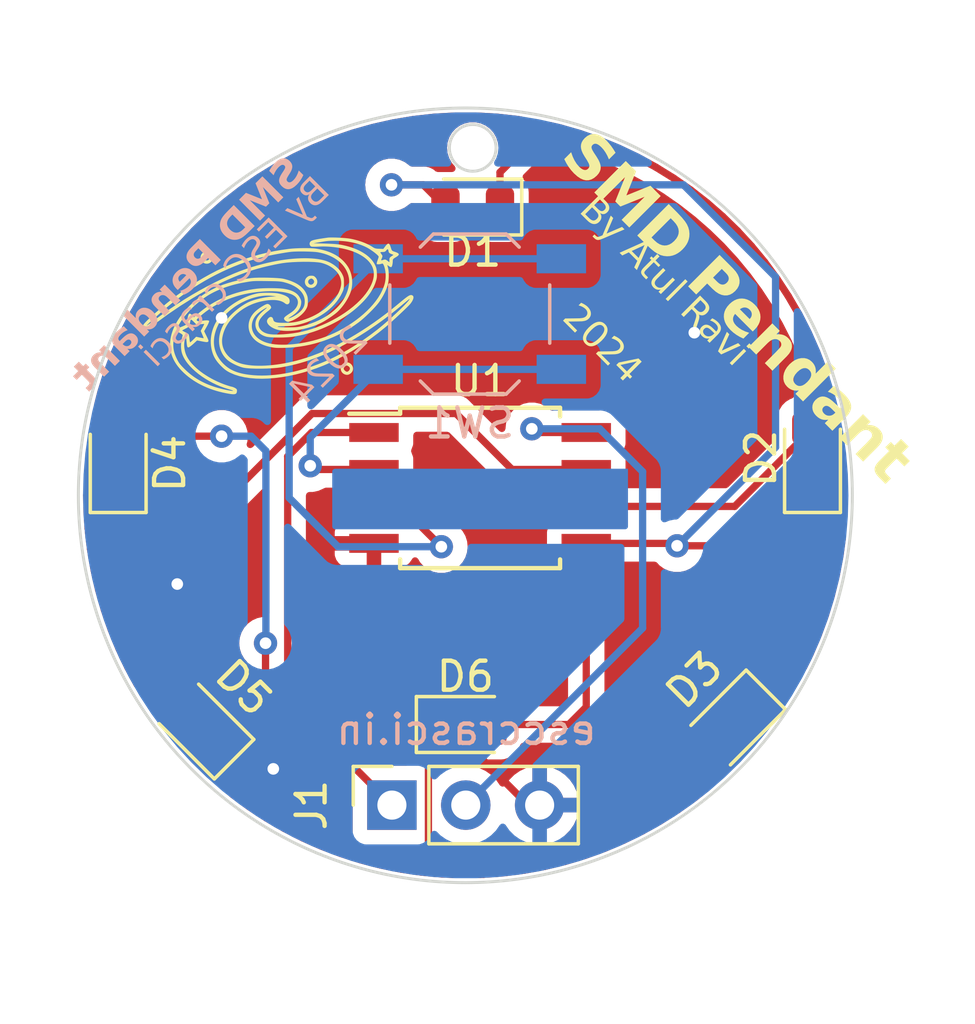
<source format=kicad_pcb>
(kicad_pcb (version 20221018) (generator pcbnew)
  (title_block (title "SMD Practice Board , KiCad Badge") (date "8/ 5/2024") (company "Atul Ravi"))
  (layers (0 "F.Cu" signal) (31 "B.Cu" signal) (34 "B.Paste" user) (35 "F.Paste" user) (36 "B.SilkS" user "B.Silkscreen") (37 "F.SilkS" user "F.Silkscreen") (38 "B.Mask" user) (39 "F.Mask" user) (44 "Edge.Cuts" user))
  (net 0 "")
  (net 1 "GP1")
  (net 2 "GP0")
  (net 3 "Net-(D3-A)")
  (net 4 "GP2")
  (net 5 "R")
  (net 6 "VCC")
  (net 7 "GND")
  (net 8 "Net-(SW1-A)")
  (net 9 "Net-(SW1-B)")
  (footprint "LED_SMD:LED_0805_2012Metric" (layer "F.Cu") (at 91.44 61.976)
    (fp_text reference "D6")
    (fp_text value "LED")
  )
  (footprint "LED_SMD:LED_0805_2012Metric" (layer "F.Cu") (at 91.694 44.196 180)
    (fp_text reference "D1")
    (fp_text value "LED")
  )
  (footprint "LED_SMD:LED_0805_2012Metric_Pad1.15x1.40mm_HandSolder" (layer "F.Cu") (at 103.378 52.832 90)
    (fp_text reference "D2")
    (fp_text value "LED")
  )
  (footprint "LED_SMD:LED_0805_2012Metric" (layer "F.Cu") (at 82.296 61.976 135)
    (fp_text reference "D5")
    (fp_text value "LED")
  )
  (footprint "LED_SMD:LED_0805_2012Metric" (layer "F.Cu") (at 79.502 53.0075 90)
    (fp_text reference "D4")
    (fp_text value "LED")
  )
  (footprint "Connector_PinSocket_2.54mm:PinSocket_1x03_P2.54mm_Vertical" (layer "F.Cu") (at 88.915 64.745 90)
    (fp_text reference "J1")
    (fp_text value "Conn_01x03_Socket")
  )
  (footprint "Package_SO:SOIC-8W_5.3x5.3mm_P1.27mm" (layer "F.Cu") (at 91.948 53.848)
    (fp_text reference "U1")
    (fp_text value "ATtiny85-20S")
  )
  (footprint "LED_SMD:LED_0805_2012Metric" (layer "F.Cu") (at 100.584 61.976 -135)
    (fp_text reference "D3")
    (fp_text value "LED")
  )
  (footprint "parts:Badge-Pin Holder" (layer "B.Cu") (at 92.033 56.798 180)
    (fp_text reference "HS1" hide)
    (fp_text value "Heatsink_Pad" hide)
  )
  (footprint "Button_Switch_SMD:SW_SPST_TL3342" (layer "B.Cu") (at 91.592 47.874)
    (fp_text reference "SW1")
    (fp_text value "SW_SPST")
  )
  (gr_poly (pts (xy 85.989574 45.608968) (xy 86.109622 45.611677) (xy 86.213934 45.61707) (xy 86.296191 45.625169) (xy 86.39119 45.640836) (xy 86.482648 45.659464) (xy 86.570569 45.68106) (xy 86.654961 45.705629) (xy 86.735828 45.733177) (xy 86.813177 45.763709) (xy 86.887013 45.797231) (xy 86.957341 45.833748) (xy 87.024168 45.873267) (xy 87.087499 45.915793) (xy 87.14734 45.961332) (xy 87.203696 46.009889) (xy 87.256573 46.06147) (xy 87.305977 46.116082) (xy 87.351914 46.173728) (xy 87.394389 46.234416) (xy 87.420851 46.277269) (xy 87.444923 46.322035) (xy 87.46658 46.368535) (xy 87.485794 46.41659) (xy 87.502542 46.46602) (xy 87.516797 46.516647) (xy 87.528534 46.568291) (xy 87.537727 46.620774) (xy 87.544351 46.673916) (xy 87.54838 46.727538) (xy 87.549788 46.781462) (xy 87.54855 46.835508) (xy 87.544641 46.889497) (xy 87.538034 46.94325) (xy 87.528704 46.996588) (xy 87.516626 47.049332) (xy 87.502862 47.096865) (xy 87.485726 47.146104) (xy 87.465441 47.196706) (xy 87.442229 47.248332) (xy 87.416311 47.30064) (xy 87.387908 47.353289) (xy 87.357244 47.405938) (xy 87.324539 47.458246) (xy 87.290014 47.509872) (xy 87.253893 47.560474) (xy 87.216396 47.609713) (xy 87.177744 47.657246) (xy 87.138161 47.702732) (xy 87.097867 47.745832) (xy 87.057084 47.786202) (xy 87.016035 47.823503) (xy 86.965906 47.864533) (xy 86.904954 47.910543) (xy 86.836362 47.959417) (xy 86.763313 48.009042) (xy 86.688991 48.057303) (xy 86.61658 48.102085) (xy 86.549261 48.141273) (xy 86.490219 48.172753) (xy 86.41018 48.210549) (xy 86.326853 48.246014) (xy 86.240769 48.279046) (xy 86.152459 48.309543) (xy 86.062456 48.337402) (xy 85.97129 48.362521) (xy 85.879493 48.384799) (xy 85.787596 48.404131) (xy 85.696132 48.420417) (xy 85.605631 48.433554) (xy 85.516625 48.443439) (xy 85.429645 48.44997) (xy 85.345224 48.453046) (xy 85.263892 48.452563) (xy 85.18618 48.448419) (xy 85.112622 48.440512) (xy 85.087303 48.436735) (xy 85.062301 48.432332) (xy 85.037646 48.427325) (xy 85.013372 48.421734) (xy 84.98951 48.415582) (xy 84.966092 48.408891) (xy 84.94315 48.401681) (xy 84.920716 48.393975) (xy 84.898822 48.385795) (xy 84.877501 48.377161) (xy 84.856783 48.368097) (xy 84.836701 48.358622) (xy 84.817287 48.34876) (xy 84.798573 48.338531) (xy 84.78059 48.327958) (xy 84.763372 48.317061) (xy 84.746949 48.305864) (xy 84.731355 48.294387) (xy 84.71662 48.282652) (xy 84.702776 48.27068) (xy 84.689857 48.258495) (xy 84.677893 48.246116) (xy 84.666917 48.233566) (xy 84.65696 48.220866) (xy 84.648055 48.208039) (xy 84.640234 48.195105) (xy 84.633528 48.182086) (xy 84.62797 48.169005) (xy 84.623591 48.155883) (xy 84.620423 48.142741) (xy 84.6185 48.129601) (xy 84.617851 48.116485) (xy 84.618064 48.110781) (xy 84.618692 48.10496) (xy 84.619717 48.099042) (xy 84.621122 48.093046) (xy 84.622889 48.086992) (xy 84.625001 48.080899) (xy 84.62744 48.074787) (xy 84.63019 48.068676) (xy 84.633233 48.062584) (xy 84.636551 48.056531) (xy 84.643943 48.044623) (xy 84.652227 48.033107) (xy 84.661265 48.022139) (xy 84.670917 48.011877) (xy 84.681043 48.002475) (xy 84.68624 47.998146) (xy 84.691505 47.994091) (xy 84.696818 47.990329) (xy 84.702162 47.986881) (xy 84.707521 47.983765) (xy 84.712877 47.981001) (xy 84.718212 47.978608) (xy 84.723509 47.976607) (xy 84.728751 47.975017) (xy 84.73392 47.973856) (xy 84.738998 47.973146) (xy 84.743969 47.972905) (xy 84.753158 47.973227) (xy 84.761818 47.974212) (xy 84.769967 47.975885) (xy 84.773855 47.976987) (xy 84.777621 47.978271) (xy 84.781268 47.979739) (xy 84.784797 47.981396) (xy 84.788212 47.983243) (xy 84.791514 47.985285) (xy 84.794704 47.987525) (xy 84.797786 47.989965) (xy 84.800762 47.992609) (xy 84.803633 47.99546) (xy 84.806401 47.998522) (xy 84.80907 48.001797) (xy 84.81164 48.005289) (xy 84.814115 48.009001) (xy 84.818785 48.017097) (xy 84.823096 48.026111) (xy 84.827067 48.036068) (xy 84.830713 48.046995) (xy 84.834053 48.058917) (xy 84.837103 48.071859) (xy 84.841867 48.086784) (xy 84.848293 48.100315) (xy 84.85659 48.112509) (xy 84.866965 48.123428) (xy 84.879624 48.13313) (xy 84.894777 48.141675) (xy 84.912629 48.149123) (xy 84.933389 48.155533) (xy 84.957264 48.160966) (xy 84.984461 48.165481) (xy 85.015189 48.169138) (xy 85.049654 48.171995) (xy 85.088064 48.174114) (xy 85.130626 48.175554) (xy 85.229039 48.176634) (xy 85.327788 48.17455) (xy 85.374221 48.172396) (xy 85.419125 48.169418) (xy 85.462824 48.165554) (xy 85.505642 48.16074) (xy 85.547903 48.154915) (xy 85.58993 48.148015) (xy 85.632049 48.139978) (xy 85.674583 48.130742) (xy 85.717855 48.120243) (xy 85.762191 48.108421) (xy 85.855347 48.080552) (xy 85.956643 48.046635) (xy 86.06985 48.003706) (xy 86.179991 47.955222) (xy 86.286636 47.901589) (xy 86.389355 47.843209) (xy 86.48772 47.780487) (xy 86.581302 47.713825) (xy 86.669672 47.643627) (xy 86.752399 47.570297) (xy 86.829056 47.494239) (xy 86.899212 47.415855) (xy 86.962439 47.335551) (xy 87.018308 47.253729) (xy 87.043349 47.212374) (xy 87.066389 47.170792) (xy 87.087375 47.129032) (xy 87.106253 47.087145) (xy 87.12297 47.045181) (xy 87.137472 47.003191) (xy 87.149705 46.961225) (xy 87.159615 46.919334) (xy 87.165321 46.886638) (xy 87.169001 46.854058) (xy 87.170684 46.821633) (xy 87.1704 46.7894) (xy 87.168181 46.757395) (xy 87.164057 46.725656) (xy 87.158059 46.694221) (xy 87.150217 46.663126) (xy 87.140561 46.63241) (xy 87.129123 46.602108) (xy 87.115932 46.57226) (xy 87.10102 46.542901) (xy 87.084417 46.514069) (xy 87.066153 46.485802) (xy 87.046259 46.458137) (xy 87.024766 46.431111) (xy 87.001704 46.404762) (xy 86.977103 46.379126) (xy 86.950995 46.354241) (xy 86.923409 46.330145) (xy 86.894377 46.306874) (xy 86.863928 46.284466) (xy 86.832094 46.262959) (xy 86.798905 46.242389) (xy 86.764392 46.222794) (xy 86.728585 46.204211) (xy 86.691514 46.186678) (xy 86.65321 46.170231) (xy 86.613704 46.154909) (xy 86.573027 46.140748) (xy 86.531208 46.127785) (xy 86.488279 46.116059) (xy 86.442441 46.106575) (xy 86.385149 46.09849) (xy 86.241682 46.08647) (xy 86.068838 46.079906) (xy 85.877576 46.078709) (xy 85.678857 46.082786) (xy 85.483639 46.092048) (xy 85.302883 46.106403) (xy 85.147547 46.12576) (xy 85.018859 46.148164) (xy 84.879849 46.17548) (xy 84.734381 46.206797) (xy 84.586322 46.241207) (xy 84.439535 46.277799) (xy 84.297887 46.315665) (xy 84.165244 46.353894) (xy 84.045469 46.391578) (xy 83.854731 46.457773) (xy 83.661723 46.530414) (xy 83.466628 46.609399) (xy 83.269631 46.694625) (xy 83.070918 46.785991) (xy 82.870673 46.883393) (xy 82.66908 46.98673) (xy 82.466326 47.095899) (xy 82.262593 47.210798) (xy 82.058068 47.331325) (xy 81.647377 47.588851) (xy 81.235731 47.86766) (xy 80.824608 48.166932) (xy 80.76128 48.213969) (xy 80.700339 48.258368) (xy 80.643264 48.299129) (xy 80.591532 48.335251) (xy 80.546622 48.365735) (xy 80.51001 48.389579) (xy 80.495279 48.398699) (xy 80.483176 48.405784) (xy 80.473887 48.410708) (xy 80.467597 48.413348) (xy 80.458822 48.415391) (xy 80.450328 48.416802) (xy 80.442124 48.417596) (xy 80.434218 48.417789) (xy 80.426619 48.417397) (xy 80.419336 48.416434) (xy 80.412377 48.414918) (xy 80.405751 48.412863) (xy 80.399465 48.410285) (xy 80.393529 48.407199) (xy 80.387951 48.403622) (xy 80.38274 48.399569) (xy 80.377904 48.395055) (xy 80.373452 48.390097) (xy 80.369392 48.384709) (xy 80.365732 48.378908) (xy 80.362482 48.372709) (xy 80.35965 48.366127) (xy 80.357244 48.359179) (xy 80.355273 48.35188) (xy 80.353745 48.344246) (xy 80.35267 48.336292) (xy 80.352054 48.328033) (xy 80.351908 48.319487) (xy 80.352239 48.310667) (xy 80.353056 48.30159) (xy 80.354368 48.292272) (xy 80.356183 48.282728) (xy 80.358509 48.272973) (xy 80.360536 48.265887) (xy 80.485059 48.265887) (xy 80.485471 48.266475) (xy 80.486693 48.26643) (xy 80.491487 48.2645) (xy 80.509919 48.253699) (xy 80.539084 48.234441) (xy 80.577708 48.207678) (xy 80.678238 48.135464) (xy 80.801325 48.044695) (xy 81.046705 47.863828) (xy 81.292791 47.690625) (xy 81.540104 47.524742) (xy 81.789169 47.36584) (xy 82.040507 47.213578) (xy 82.294641 47.067614) (xy 82.552096 46.927607) (xy 82.813393 46.793216) (xy 83.048163 46.678) (xy 83.26763 46.575814) (xy 83.475774 46.485132) (xy 83.676574 46.404432) (xy 83.874009 46.332191) (xy 84.072057 46.266885) (xy 84.274699 46.20699) (xy 84.485912 46.150984) (xy 84.635743 46.114608) (xy 84.785147 46.081899) (xy 84.933653 46.052885) (xy 85.080789 46.027594) (xy 85.226084 46.006055) (xy 85.369065 45.988296) (xy 85.50926 45.974345) (xy 85.646198 45.964232) (xy 85.779408 45.957984) (xy 85.908416 45.95563) (xy 86.032752 45.957197) (xy 86.151944 45.962716) (xy 86.265519 45.972214) (xy 86.373007 45.985719) (xy 86.473934 46.00326) (xy 86.56783 46.024866) (xy 86.620532 46.039692) (xy 86.672302 46.057168) (xy 86.722981 46.077168) (xy 86.772408 46.099566) (xy 86.820426 46.124239) (xy 86.866876 46.15106) (xy 86.911597 46.179904) (xy 86.954431 46.210647) (xy 86.995218 46.243164) (xy 87.0338 46.277329) (xy 87.070018 46.313018) (xy 87.103711 46.350105) (xy 87.134721 46.388465) (xy 87.162889 46.427973) (xy 87.188056 46.468505) (xy 87.210062 46.509935) (xy 87.226964 46.545554) (xy 87.233988 46.561628) (xy 87.240137 46.576966) (xy 87.245467 46.591883) (xy 87.250035 46.606695) (xy 87.253899 46.621718) (xy 87.257114 46.637266) (xy 87.259738 46.653655) (xy 87.261828 46.671202) (xy 87.263441 46.69022) (xy 87.264633 46.711027) (xy 87.265982 46.759265) (xy 87.26633 46.818439) (xy 87.265967 46.878687) (xy 87.26541 46.904345) (xy 87.264511 46.927519) (xy 87.263204 46.948579) (xy 87.261419 46.967894) (xy 87.259089 46.985833) (xy 87.256144 47.002766) (xy 87.252517 47.019062) (xy 87.24814 47.035091) (xy 87.242945 47.051222) (xy 87.236862 47.067826) (xy 87.229825 47.08527) (xy 87.221765 47.103925) (xy 87.202301 47.146346) (xy 87.150433 47.246166) (xy 87.090405 47.343175) (xy 87.022607 47.437108) (xy 86.947427 47.527702) (xy 86.865256 47.614692) (xy 86.776482 47.697813) (xy 86.681495 47.776802) (xy 86.580685 47.851395) (xy 86.47444 47.921326) (xy 86.36315 47.986331) (xy 86.247205 48.046147) (xy 86.126993 48.100508) (xy 86.002905 48.149151) (xy 85.875329 48.191811) (xy 85.744656 48.228224) (xy 85.611274 48.258125) (xy 85.570513 48.265113) (xy 85.524567 48.271465) (xy 85.474438 48.277089) (xy 85.421126 48.281894) (xy 85.365631 48.28579) (xy 85.308954 48.288685) (xy 85.252095 48.290489) (xy 85.196054 48.29111) (xy 85.164669 48.29152) (xy 85.13597 48.292027) (xy 85.109914 48.292636) (xy 85.086459 48.293354) (xy 85.065561 48.294184) (xy 85.047179 48.295135) (xy 85.03127 48.29621) (xy 85.017791 48.297416) (xy 85.006699 48.298758) (xy 85.002035 48.299483) (xy 84.997952 48.300243) (xy 84.994445 48.30104) (xy 84.991508 48.301875) (xy 84.989135 48.302749) (xy 84.987323 48.303661) (xy 84.986064 48.304614) (xy 84.985641 48.305105) (xy 84.985354 48.305606) (xy 84.985204 48.306118) (xy 84.985188 48.30664) (xy 84.985307 48.307173) (xy 84.98556 48.307716) (xy 84.986465 48.308835) (xy 84.987898 48.309997) (xy 84.989853 48.311203) (xy 84.992325 48.312453) (xy 84.998252 48.314248) (xy 85.00718 48.315989) (xy 85.033313 48.319275) (xy 85.069269 48.322242) (xy 85.113592 48.324823) (xy 85.164828 48.326948) (xy 85.22152 48.328551) (xy 85.282214 48.329563) (xy 85.345455 48.329916) (xy 85.437744 48.329578) (xy 85.514775 48.328309) (xy 85.58021 48.325721) (xy 85.609723 48.323811) (xy 85.63771 48.321427) (xy 85.664628 48.31852) (xy 85.690935 48.315042) (xy 85.717088 48.310944) (xy 85.743546 48.306178) (xy 85.770765 48.300695) (xy 85.799204 48.294449) (xy 85.861569 48.279468) (xy 85.999834 48.241328) (xy 86.133583 48.197632) (xy 86.262529 48.148598) (xy 86.386384 48.094445) (xy 86.504862 48.035392) (xy 86.617675 47.971658) (xy 86.724537 47.903461) (xy 86.82516 47.831022) (xy 86.919257 47.754557) (xy 87.006542 47.674287) (xy 87.086726 47.590431) (xy 87.124066 47.547226) (xy 87.159524 47.503206) (xy 87.193063 47.458399) (xy 87.224648 47.412832) (xy 87.254242 47.366532) (xy 87.281811 47.319528) (xy 87.307317 47.271845) (xy 87.330725 47.223512) (xy 87.352 47.174555) (xy 87.371105 47.125003) (xy 87.383612 47.089985) (xy 87.394942 47.055502) (xy 87.405101 47.021541) (xy 87.414094 46.988092) (xy 87.421929 46.955144) (xy 87.428609 46.922684) (xy 87.434141 46.890701) (xy 87.43853 46.859185) (xy 87.441782 46.828124) (xy 87.443904 46.797505) (xy 87.444899 46.767319) (xy 87.444775 46.737554) (xy 87.443537 46.708198) (xy 87.44119 46.679239) (xy 87.437741 46.650668) (xy 87.433194 46.622471) (xy 87.414197 46.541213) (xy 87.387904 46.46272) (xy 87.354523 46.387167) (xy 87.314261 46.314725) (xy 87.267325 46.245569) (xy 87.213924 46.179872) (xy 87.154264 46.117807) (xy 87.088552 46.059548) (xy 87.016998 46.005268) (xy 86.939807 45.955141) (xy 86.857187 45.909339) (xy 86.769347 45.868037) (xy 86.676492 45.831407) (xy 86.578832 45.799623) (xy 86.476573 45.772858) (xy 86.369922 45.751287) (xy 86.294437 45.741945) (xy 86.189143 45.7344) (xy 86.063339 45.72881) (xy 85.926326 45.725335) (xy 85.787403 45.724134) (xy 85.655869 45.725366) (xy 85.541025 45.729189) (xy 85.452171 45.735764) (xy 85.3569 45.748054) (xy 85.242257 45.765323) (xy 85.113971 45.786549) (xy 84.977773 45.810708) (xy 84.839391 45.836776) (xy 84.704557 45.863732) (xy 84.579 45.890551) (xy 84.46845 45.91621) (xy 84.268503 45.969061) (xy 84.068237 46.028598) (xy 83.867835 46.094736) (xy 83.667479 46.167385) (xy 83.46735 46.246458) (xy 83.26763 46.331865) (xy 83.068502 46.42352) (xy 82.870146 46.521334) (xy 82.672745 46.625219) (xy 82.476482 46.735087) (xy 82.281537 46.850849) (xy 82.088093 46.972419) (xy 81.896331 47.099706) (xy 81.706434 47.232624) (xy 81.518583 47.371085) (xy 81.332961 47.514999) (xy 81.222994 47.604801) (xy 81.092427 47.714999) (xy 80.952128 47.835975) (xy 80.812966 47.95811) (xy 80.68581 48.071787) (xy 80.581528 48.167387) (xy 80.510988 48.235293) (xy 80.491768 48.255855) (xy 80.486765 48.262262) (xy 80.485059 48.265887) (xy 80.360536 48.265887) (xy 80.361355 48.263023) (xy 80.36473 48.252895) (xy 80.368643 48.242603) (xy 80.382727 48.219811) (xy 80.409646 48.187051) (xy 80.497307 48.095779) (xy 80.622258 47.977085) (xy 80.775131 47.839268) (xy 80.946558 47.690628) (xy 81.12717 47.539465) (xy 81.307601 47.394076) (xy 81.478482 47.262763) (xy 81.712572 47.092878) (xy 81.947108 46.932423) (xy 82.182264 46.781325) (xy 82.418213 46.639509) (xy 82.655128 46.506902) (xy 82.893183 46.383431) (xy 83.132551 46.26902) (xy 83.373406 46.163596) (xy 83.61592 46.067085) (xy 83.860267 45.979413) (xy 84.106622 45.900507) (xy 84.355156 45.830292) (xy 84.606043 45.768695) (xy 84.859457 45.715642) (xy 85.115572 45.671058) (xy 85.37456 45.63487) (xy 85.478463 45.624505) (xy 85.598237 45.61671) (xy 85.727561 45.611507) (xy 85.860114 45.608919)) (fill solid) (layer "F.SilkS"))
  (gr_poly (pts (xy 87.37801 49.53416) (xy 87.39616 49.536112) (xy 87.413807 49.53971) (xy 87.43089 49.544863) (xy 87.447348 49.55148) (xy 87.463119 49.55947) (xy 87.478143 49.56874) (xy 87.492358 49.579201) (xy 87.505703 49.59076) (xy 87.518117 49.603326) (xy 87.52954 49.616808) (xy 87.53991 49.631115) (xy 87.549165 49.646155) (xy 87.557245 49.661837) (xy 87.564089 49.678069) (xy 87.569635 49.694761) (xy 87.573823 49.711821) (xy 87.576591 49.729158) (xy 87.577878 49.74668) (xy 87.577624 49.764296) (xy 87.575766 49.781916) (xy 87.572244 49.799446) (xy 87.566998 49.816797) (xy 87.559964 49.833877) (xy 87.551084 49.850595) (xy 87.540294 49.866859) (xy 87.527535 49.882578) (xy 87.512746 49.89766) (xy 87.499602 49.909438) (xy 87.486362 49.920034) (xy 87.47302 49.929447) (xy 87.45957 49.937678) (xy 87.446006 49.944727) (xy 87.432323 49.950593) (xy 87.418514 49.955277) (xy 87.404575 49.958779) (xy 87.3905 49.961098) (xy 87.376282 49.962235) (xy 87.361917 49.96219) (xy 87.347398 49.960962) (xy 87.33272 49.958552) (xy 87.317877 49.954959) (xy 87.302863 49.950184) (xy 87.287673 49.944227) (xy 87.271808 49.937007) (xy 87.256955 49.928847) (xy 87.243113 49.919811) (xy 87.230284 49.909958) (xy 87.218466 49.89935) (xy 87.20766 49.888049) (xy 87.197865 49.876117) (xy 87.189083 49.863614) (xy 87.181312 49.850603) (xy 87.174554 49.837145) (xy 87.168807 49.8233) (xy 87.164072 49.809131) (xy 87.160348 49.7947) (xy 87.157637 49.780066) (xy 87.155937 49.765293) (xy 87.155249 49.750442) (xy 87.155297 49.748259) (xy 87.256629 49.748259) (xy 87.256831 49.75215) (xy 87.257424 49.756172) (xy 87.258391 49.760309) (xy 87.259714 49.764543) (xy 87.261375 49.768858) (xy 87.263356 49.773238) (xy 87.265641 49.777665) (xy 87.26821 49.782123) (xy 87.274132 49.791065) (xy 87.280981 49.79993) (xy 87.288614 49.808585) (xy 87.29689 49.816896) (xy 87.305666 49.82473) (xy 87.3148 49.831952) (xy 87.32415 49.83843) (xy 87.333573 49.84403) (xy 87.338269 49.846459) (xy 87.342929 49.848618) (xy 87.347537 49.85049) (xy 87.352074 49.85206) (xy 87.356524 49.85331) (xy 87.360867 49.854223) (xy 87.365087 49.854784) (xy 87.369166 49.854974) (xy 87.373552 49.8548) (xy 87.377973 49.854286) (xy 87.382416 49.853444) (xy 87.386871 49.852287) (xy 87.391325 49.850828) (xy 87.395769 49.849078) (xy 87.400189 49.84705) (xy 87.404576 49.844757) (xy 87.408917 49.842211) (xy 87.413201 49.839425) (xy 87.421553 49.83318) (xy 87.429541 49.826122) (xy 87.437075 49.818351) (xy 87.444063 49.809966) (xy 87.450415 49.801067) (xy 87.456038 49.791753) (xy 87.460844 49.782123) (xy 87.462911 49.777221) (xy 87.464739 49.772277) (xy 87.466318 49.767304) (xy 87.467635 49.762315) (xy 87.468679 49.757321) (xy 87.469438 49.752335) (xy 87.469903 49.74737) (xy 87.47006 49.742438) (xy 87.470003 49.740404) (xy 87.469836 49.738307) (xy 87.469181 49.733946) (xy 87.468116 49.729397) (xy 87.466664 49.724703) (xy 87.464849 49.719907) (xy 87.462693 49.715051) (xy 87.460218 49.710178) (xy 87.457448 49.70533) (xy 87.454405 49.700551) (xy 87.451112 49.695883) (xy 87.447591 49.691368) (xy 87.443866 49.687049) (xy 87.439959 49.682969) (xy 87.435893 49.679171) (xy 87.43169 49.675696) (xy 87.427374 49.672588) (xy 87.422923 49.669362) (xy 87.418328 49.666241) (xy 87.413625 49.663239) (xy 87.40885 49.66037) (xy 87.404042 49.65765) (xy 87.399236 49.655091) (xy 87.39447 49.652709) (xy 87.389781 49.650517) (xy 87.385205 49.64853) (xy 87.38078 49.646762) (xy 87.376543 49.645227) (xy 87.37253 49.643939) (xy 87.368779 49.642912) (xy 87.365326 49.642161) (xy 87.362209 49.641701) (xy 87.359464 49.641544) (xy 87.356096 49.641751) (xy 87.352554 49.642358) (xy 87.348855 49.643347) (xy 87.345018 49.644697) (xy 87.341062 49.646387) (xy 87.337005 49.648399) (xy 87.328662 49.653307) (xy 87.320137 49.65926) (xy 87.311578 49.6661) (xy 87.303133 49.673668) (xy 87.294949 49.681804) (xy 87.287175 49.69035) (xy 87.279958 49.699146) (xy 87.273445 49.708032) (xy 87.267786 49.716851) (xy 87.263126 49.725442) (xy 87.261218 49.729602) (xy 87.259615 49.733646) (xy 87.258336 49.737554) (xy 87.2574 49.741305) (xy 87.256825 49.74488) (xy 87.256629 49.748259) (xy 87.155297 49.748259) (xy 87.155573 49.735573) (xy 87.156909 49.720749) (xy 87.159257 49.70603) (xy 87.162616 49.691479) (xy 87.166988 49.677157) (xy 87.172371 49.663125) (xy 87.178766 49.649445) (xy 87.186173 49.636177) (xy 87.194591 49.623385) (xy 87.204022 49.611129) (xy 87.214464 49.59947) (xy 87.225918 49.58847) (xy 87.238384 49.578191) (xy 87.251862 49.568694) (xy 87.266352 49.56004) (xy 87.281853 49.552291) (xy 87.301602 49.544641) (xy 87.321153 49.539095) (xy 87.340446 49.53556) (xy 87.359418 49.533945)) (fill solid) (layer "F.SilkS"))
  (gr_poly (pts (xy 86.156502 46.556623) (xy 86.168978 46.557017) (xy 86.180448 46.55773) (xy 86.191022 46.558806) (xy 86.200812 46.560292) (xy 86.205448 46.561202) (xy 86.209929 46.562232) (xy 86.214269 46.563387) (xy 86.218482 46.564672) (xy 86.222583 46.566094) (xy 86.226584 46.567658) (xy 86.2305 46.56937) (xy 86.234345 46.571236) (xy 86.238132 46.57326) (xy 86.241875 46.57545) (xy 86.245589 46.57781) (xy 86.249286 46.580346) (xy 86.252982 46.583064) (xy 86.256689 46.58597) (xy 86.264194 46.592367) (xy 86.271912 46.599582) (xy 86.279954 46.607661) (xy 86.288431 46.61665) (xy 86.301723 46.632003) (xy 86.313254 46.647815) (xy 86.32307 46.664012) (xy 86.331219 46.68052) (xy 86.337746 46.697264) (xy 86.342698 46.714169) (xy 86.346122 46.731161) (xy 86.348064 46.748165) (xy 86.34857 46.765106) (xy 86.347688 46.78191) (xy 86.345464 46.798503) (xy 86.341943 46.814809) (xy 86.337174 46.830754) (xy 86.331202 46.846263) (xy 86.324074 46.861263) (xy 86.315837 46.875677) (xy 86.306536 46.889433) (xy 86.296219 46.902454) (xy 86.284933 46.914666) (xy 86.272722 46.925996) (xy 86.259635 46.936367) (xy 86.245718 46.945707) (xy 86.231017 46.953939) (xy 86.215579 46.960989) (xy 86.19945 46.966783) (xy 86.182677 46.971247) (xy 86.165307 46.974304) (xy 86.147385 46.975882) (xy 86.128959 46.975905) (xy 86.110075 46.974299) (xy 86.090779 46.970989) (xy 86.071119 46.9659) (xy 86.056546 46.960928) (xy 86.042664 46.955134) (xy 86.029484 46.94856) (xy 86.017015 46.941249) (xy 86.005266 46.933243) (xy 85.994248 46.924585) (xy 85.983969 46.915316) (xy 85.974439 46.905479) (xy 85.965668 46.895116) (xy 85.957666 46.88427) (xy 85.950441 46.872982) (xy 85.944005 46.861296) (xy 85.938365 46.849253) (xy 85.933533 46.836895) (xy 85.929516 46.824265) (xy 85.926326 46.811406) (xy 85.923972 46.798359) (xy 85.922462 46.785166) (xy 85.921808 46.771871) (xy 85.921953 46.762605) (xy 86.035197 46.762605) (xy 86.035207 46.767899) (xy 86.035497 46.773191) (xy 86.036069 46.778467) (xy 86.036924 46.783714) (xy 86.038063 46.78892) (xy 86.039487 46.794072) (xy 86.041197 46.799158) (xy 86.043194 46.804164) (xy 86.045478 46.809077) (xy 86.048053 46.813885) (xy 86.050917 46.818576) (xy 86.054073 46.823135) (xy 86.057521 46.827551) (xy 86.061262 46.831811) (xy 86.065299 46.835902) (xy 86.069163 46.839767) (xy 86.073115 46.84336) (xy 86.077148 46.846681) (xy 86.08126 46.84973) (xy 86.085446 46.852508) (xy 86.089702 46.855014) (xy 86.094023 46.85725) (xy 86.098405 46.859215) (xy 86.102843 46.860911) (xy 86.107335 46.862337) (xy 86.111874 46.863493) (xy 86.116458 46.864381) (xy 86.121082 46.865) (xy 86.125741 46.86535) (xy 86.130431 46.865433) (xy 86.135149 46.865248) (xy 86.139889 46.864797) (xy 86.144647 46.864078) (xy 86.14942 46.863093) (xy 86.154203 46.861842) (xy 86.158991 46.860325) (xy 86.163781 46.858542) (xy 86.168568 46.856495) (xy 86.173348 46.854183) (xy 86.178116 46.851606) (xy 86.182869 46.848766) (xy 86.187602 46.845662) (xy 86.192311 46.842295) (xy 86.196991 46.838665) (xy 86.201639 46.834772) (xy 86.20625 46.830617) (xy 86.21082 46.8262) (xy 86.214679 46.822137) (xy 86.218255 46.817957) (xy 86.221546 46.813667) (xy 86.224553 46.809276) (xy 86.227276 46.804791) (xy 86.229715 46.80022) (xy 86.231869 46.795571) (xy 86.233739 46.790851) (xy 86.235325 46.786069) (xy 86.236627 46.781232) (xy 86.237644 46.776348) (xy 86.238378 46.771425) (xy 86.238827 46.766471) (xy 86.238991 46.761494) (xy 86.238872 46.756501) (xy 86.238468 46.7515) (xy 86.237781 46.746499) (xy 86.236809 46.741506) (xy 86.235552 46.736528) (xy 86.234012 46.731574) (xy 86.232187 46.726651) (xy 86.230078 46.721767) (xy 86.227685 46.716931) (xy 86.225008 46.712148) (xy 86.222046 46.707429) (xy 86.2188 46.70278) (xy 86.21527 46.698209) (xy 86.211456 46.693723) (xy 86.207357 46.689332) (xy 86.202975 46.685042) (xy 86.198308 46.680862) (xy 86.193357 46.676799) (xy 86.18591 46.671365) (xy 86.178805 46.666707) (xy 86.171972 46.662828) (xy 86.168637 46.661182) (xy 86.165344 46.659731) (xy 86.162085 46.658476) (xy 86.158852 46.657418) (xy 86.155637 46.656556) (xy 86.152429 46.655892) (xy 86.149222 46.655425) (xy 86.146006 46.655156) (xy 86.142773 46.655085) (xy 86.139514 46.655213) (xy 86.136221 46.65554) (xy 86.132886 46.656067) (xy 86.1295 46.656792) (xy 86.126053 46.657718) (xy 86.122539 46.658845) (xy 86.118948 46.660172) (xy 86.111501 46.663429) (xy 86.103646 46.667494) (xy 86.095312 46.672369) (xy 86.086433 46.678057) (xy 86.07694 46.68456) (xy 86.072342 46.687946) (xy 86.068006 46.691546) (xy 86.063933 46.695348) (xy 86.060126 46.69934) (xy 86.056584 46.703507) (xy 86.053309 46.707838) (xy 86.050302 46.712319) (xy 86.047563 46.716938) (xy 86.045095 46.721683) (xy 86.042898 46.726539) (xy 86.040973 46.731496) (xy 86.039321 46.736538) (xy 86.037943 46.741655) (xy 86.036841 46.746833) (xy 86.036015 46.752059) (xy 86.035467 46.757321) (xy 86.035197 46.762605) (xy 85.921953 46.762605) (xy 85.922017 46.758514) (xy 85.923101 46.74514) (xy 85.925068 46.731789) (xy 85.927929 46.718504) (xy 85.931692 46.705327) (xy 85.936368 46.692301) (xy 85.941965 46.679468) (xy 85.948494 46.666871) (xy 85.955964 46.65455) (xy 85.964385 46.64255) (xy 85.973767 46.630911) (xy 85.984118 46.619677) (xy 85.995448 46.608889) (xy 86.004011 46.601586) (xy 86.012289 46.59494) (xy 86.020363 46.588924) (xy 86.028312 46.583514) (xy 86.036215 46.578684) (xy 86.044152 46.574408) (xy 86.052203 46.57066) (xy 86.060448 46.567416) (xy 86.068965 46.564649) (xy 86.077834 46.562334) (xy 86.087136 46.560445) (xy 86.096949 46.558958) (xy 86.107354 46.557845) (xy 86.118429 46.557082) (xy 86.130254 46.556643) (xy 86.14291 46.556502)) (fill solid) (layer "F.SilkS"))
  (gr_poly (pts (xy 86.964462 45.244559) (xy 87.083217 45.248997) (xy 87.203518 45.255708) (xy 87.316747 45.264307) (xy 87.414288 45.274406) (xy 87.487522 45.28562) (xy 87.544947 45.297395) (xy 87.601494 45.31015) (xy 87.657103 45.323866) (xy 87.711715 45.338523) (xy 87.765269 45.3541) (xy 87.817706 45.370579) (xy 87.868967 45.387939) (xy 87.918991 45.40616) (xy 87.967719 45.425222) (xy 88.015092 45.445105) (xy 88.061049 45.46579) (xy 88.105531 45.487257) (xy 88.148478 45.509485) (xy 88.18983 45.532456) (xy 88.229529 45.556148) (xy 88.267514 45.580542) (xy 88.277946 45.587162) (xy 88.28822 45.593214) (xy 88.298448 45.598721) (xy 88.308745 45.603704) (xy 88.319223 45.608187) (xy 88.329997 45.612193) (xy 88.34118 45.615744) (xy 88.352886 45.618862) (xy 88.365229 45.621572) (xy 88.378322 45.623895) (xy 88.392279 45.625854) (xy 88.407214 45.627472) (xy 88.42324 45.628772) (xy 88.440471 45.629776) (xy 88.479004 45.630989) (xy 88.618704 45.63681) (xy 88.688555 45.543677) (xy 88.706421 45.521261) (xy 88.722979 45.502048) (xy 88.7308 45.493649) (xy 88.738333 45.486058) (xy 88.745589 45.479278) (xy 88.752583 45.473311) (xy 88.759327 45.46816) (xy 88.765834 45.463827) (xy 88.772116 45.460315) (xy 88.778186 45.457626) (xy 88.784057 45.455763) (xy 88.789742 45.454728) (xy 88.795254 45.454523) (xy 88.800605 45.455152) (xy 88.805808 45.456616) (xy 88.810877 45.458918) (xy 88.815823 45.462061) (xy 88.82066 45.466047) (xy 88.8254 45.470878) (xy 88.830056 45.476558) (xy 88.834641 45.483088) (xy 88.839168 45.490471) (xy 88.84365 45.498709) (xy 88.848098 45.507806) (xy 88.852527 45.517763) (xy 88.856949 45.528583) (xy 88.865822 45.552821) (xy 88.874821 45.580542) (xy 88.887262 45.620393) (xy 88.892731 45.636698) (xy 88.897953 45.650877) (xy 88.903117 45.663146) (xy 88.905738 45.668632) (xy 88.908416 45.673721) (xy 88.911175 45.678441) (xy 88.914038 45.682818) (xy 88.91703 45.68688) (xy 88.920175 45.690653) (xy 88.923496 45.694165) (xy 88.927016 45.697442) (xy 88.930761 45.700512) (xy 88.934753 45.703401) (xy 88.939017 45.706137) (xy 88.943576 45.708746) (xy 88.948454 45.711256) (xy 88.953675 45.713694) (xy 88.96524 45.718459) (xy 88.978462 45.723259) (xy 89.01064 45.733824) (xy 89.042111 45.744593) (xy 89.056349 45.749885) (xy 89.069591 45.755129) (xy 89.081838 45.760336) (xy 89.093092 45.765517) (xy 89.103354 45.770683) (xy 89.112626 45.775843) (xy 89.120908 45.781009) (xy 89.128203 45.786192) (xy 89.134511 45.791401) (xy 89.139835 45.796648) (xy 89.144175 45.801943) (xy 89.147534 45.807298) (xy 89.149912 45.812722) (xy 89.15131 45.818226) (xy 89.151731 45.823821) (xy 89.151176 45.829518) (xy 89.149645 45.835327) (xy 89.147142 45.841259) (xy 89.143666 45.847325) (xy 89.13922 45.853535) (xy 89.133804 45.8599) (xy 89.127421 45.86643) (xy 89.120071 45.873136) (xy 89.111756 45.88003) (xy 89.102478 45.887121) (xy 89.092238 45.89442) (xy 89.081037 45.901938) (xy 89.068877 45.909685) (xy 89.041685 45.925912) (xy 89.026846 45.934658) (xy 89.013562 45.942772) (xy 89.00175 45.950345) (xy 88.991329 45.957471) (xy 88.982214 45.964246) (xy 88.978121 45.96753) (xy 88.974325 45.970762) (xy 88.970814 45.973952) (xy 88.967578 45.977112) (xy 88.964607 45.980255) (xy 88.961891 45.983392) (xy 88.959419 45.986535) (xy 88.957182 45.989695) (xy 88.955168 45.992884) (xy 88.953368 45.996114) (xy 88.951771 45.999397) (xy 88.950367 46.002743) (xy 88.949146 46.006166) (xy 88.948097 46.009677) (xy 88.94721 46.013287) (xy 88.946474 46.017008) (xy 88.94588 46.020853) (xy 88.945418 46.024832) (xy 88.944844 46.03324) (xy 88.944671 46.042328) (xy 88.944382 46.061929) (xy 88.943538 46.08135) (xy 88.942177 46.100458) (xy 88.940336 46.119121) (xy 88.938051 46.137203) (xy 88.93536 46.154573) (xy 88.932299 46.171095) (xy 88.928906 46.186636) (xy 88.925217 46.201064) (xy 88.92127 46.214244) (xy 88.917101 46.226042) (xy 88.912747 46.236326) (xy 88.910512 46.240858) (xy 88.908245 46.244961) (xy 88.905951 46.248618) (xy 88.903633 46.251814) (xy 88.901296 46.25453) (xy 88.898946 46.256751) (xy 88.896587 46.25846) (xy 88.894223 46.259639) (xy 88.892877 46.260123) (xy 88.891389 46.260484) (xy 88.888012 46.260852) (xy 88.884141 46.260765) (xy 88.879823 46.260246) (xy 88.875107 46.259317) (xy 88.870042 46.258002) (xy 88.864676 46.256323) (xy 88.859056 46.254304) (xy 88.853232 46.251965) (xy 88.847251 46.249332) (xy 88.841163 46.246425) (xy 88.835015 46.243268) (xy 88.828855 46.239884) (xy 88.822733 46.236295) (xy 88.816695 46.232525) (xy 88.810791 46.228595) (xy 88.754523 46.187849) (xy 88.781688 46.288743) (xy 88.787826 46.315355) (xy 88.79314 46.344746) (xy 88.797624 46.376559) (xy 88.801272 46.410435) (xy 88.804079 46.446017) (xy 88.806039 46.482946) (xy 88.807147 46.520863) (xy 88.807396 46.559412) (xy 88.806781 46.598234) (xy 88.805296 46.63697) (xy 88.802936 46.675263) (xy 88.799695 46.712755) (xy 88.795567 46.749087) (xy 88.790547 46.783901) (xy 88.784629 46.816839) (xy 88.777806 46.847544) (xy 88.769416 46.881037) (xy 88.758889 46.916579) (xy 88.74636 46.9539) (xy 88.731967 46.992731) (xy 88.715846 47.032801) (xy 88.698134 47.07384) (xy 88.678966 47.115578) (xy 88.65848 47.157745) (xy 88.636811 47.200072) (xy 88.614096 47.242288) (xy 88.590472 47.284123) (xy 88.566074 47.325307) (xy 88.54104 47.36557) (xy 88.515506 47.404642) (xy 88.489608 47.442253) (xy 88.463482 47.478134) (xy 88.435026 47.515029) (xy 88.40236 47.554832) (xy 88.365959 47.597084) (xy 88.326298 47.641329) (xy 88.239096 47.733966) (xy 88.144549 47.829082) (xy 88.046455 47.923015) (xy 87.948611 48.012104) (xy 87.854814 48.09269) (xy 87.81062 48.12865) (xy 87.768862 48.161111) (xy 87.632292 48.258869) (xy 87.491948 48.351266) (xy 87.348057 48.438218) (xy 87.200846 48.519638) (xy 87.050543 48.595443) (xy 86.897374 48.665546) (xy 86.741568 48.729862) (xy 86.583352 48.788306) (xy 86.422954 48.840793) (xy 86.260599 48.887238) (xy 86.096517 48.927554) (xy 85.930934 48.961658) (xy 85.764078 48.989463) (xy 85.596176 49.010885) (xy 85.427455 49.025838) (xy 85.258143 49.034237) (xy 85.158518 49.036567) (xy 85.075605 49.037602) (xy 85.005926 49.037136) (xy 84.974961 49.036276) (xy 84.946001 49.034964) (xy 84.918609 49.033175) (xy 84.892351 49.030883) (xy 84.866793 49.028062) (xy 84.841498 49.024687) (xy 84.816034 49.020732) (xy 84.789964 49.016172) (xy 84.734268 49.005132) (xy 84.691736 48.99586) (xy 84.650036 48.985525) (xy 84.609229 48.974155) (xy 84.569375 48.961779) (xy 84.530532 48.948426) (xy 84.49276 48.934123) (xy 84.45612 48.918899) (xy 84.42067 48.902783) (xy 84.386472 48.885802) (xy 84.353583 48.867987) (xy 84.322065 48.849363) (xy 84.291976 48.829962) (xy 84.263376 48.809809) (xy 84.236325 48.788935) (xy 84.210883 48.767368) (xy 84.18711 48.745135) (xy 84.161603 48.71891) (xy 84.137834 48.691928) (xy 84.115801 48.66424) (xy 84.0955 48.635896) (xy 84.07693 48.606947) (xy 84.060089 48.577442) (xy 84.044974 48.547434) (xy 84.031584 48.516971) (xy 84.019917 48.486104) (xy 84.009969 48.454885) (xy 84.00174 48.423362) (xy 83.995227 48.391588) (xy 83.990427 48.359612) (xy 83.98734 48.327484) (xy 83.985961 48.295255) (xy 83.986072 48.284448) (xy 84.096915 48.284448) (xy 84.097386 48.309839) (xy 84.099115 48.334952) (xy 84.102089 48.359771) (xy 84.106294 48.384279) (xy 84.111719 48.40846) (xy 84.118351 48.432296) (xy 84.126176 48.455771) (xy 84.135182 48.478869) (xy 84.145357 48.501572) (xy 84.156687 48.523864) (xy 84.169159 48.545728) (xy 84.182761 48.567148) (xy 84.19748 48.588107) (xy 84.213303 48.608588) (xy 84.230218 48.628575) (xy 84.248211 48.64805) (xy 84.26727 48.666997) (xy 84.287382 48.6854) (xy 84.308535 48.703241) (xy 84.330715 48.720504) (xy 84.353909 48.737173) (xy 84.378105 48.75323) (xy 84.429453 48.783443) (xy 84.484654 48.81101) (xy 84.543607 48.835798) (xy 84.606209 48.857672) (xy 84.696164 48.881946) (xy 84.794515 48.900979) (xy 84.900471 48.914851) (xy 85.013244 48.923641) (xy 85.132041 48.927429) (xy 85.256074 48.926294) (xy 85.384552 48.920315) (xy 85.516685 48.909574) (xy 85.651683 48.894148) (xy 85.788756 48.874118) (xy 85.927114 48.849563) (xy 86.065966 48.820564) (xy 86.204522 48.787198) (xy 86.341993 48.749546) (xy 86.477588 48.707688) (xy 86.610517 48.661703) (xy 86.774281 48.59726) (xy 86.935543 48.525785) (xy 87.093668 48.447796) (xy 87.248019 48.36381) (xy 87.397959 48.274344) (xy 87.54285 48.179916) (xy 87.682058 48.081042) (xy 87.814944 47.97824) (xy 87.940872 47.872028) (xy 88.059207 47.762923) (xy 88.16931 47.651441) (xy 88.270545 47.5381) (xy 88.362276 47.423419) (xy 88.443867 47.307912) (xy 88.514679 47.192099) (xy 88.545845 47.134239) (xy 88.574077 47.076496) (xy 88.591161 47.038786) (xy 88.606793 47.002644) (xy 88.621021 46.967867) (xy 88.633893 46.93425) (xy 88.645457 46.901587) (xy 88.655763 46.869675) (xy 88.664857 46.838308) (xy 88.672789 46.807283) (xy 88.679607 46.776394) (xy 88.685359 46.745436) (xy 88.690094 46.714206) (xy 88.693859 46.682499) (xy 88.696704 46.650109) (xy 88.698676 46.616832) (xy 88.699824 46.582464) (xy 88.700196 46.5468) (xy 88.699398 46.510037) (xy 88.697092 46.47279) (xy 88.693404 46.435486) (xy 88.688463 46.398551) (xy 88.682396 46.362413) (xy 88.675332 46.327496) (xy 88.667398 46.294228) (xy 88.658722 46.263035) (xy 88.649433 46.234343) (xy 88.639657 46.208578) (xy 88.629523 46.186167) (xy 88.624362 46.176353) (xy 88.619159 46.167537) (xy 88.61393 46.159772) (xy 88.608692 46.153113) (xy 88.603461 46.147611) (xy 88.598251 46.143321) (xy 88.593081 46.140296) (xy 88.587964 46.138589) (xy 88.582918 46.138253) (xy 88.577958 46.139342) (xy 88.565805 46.143865) (xy 88.552768 46.147964) (xy 88.539055 46.151625) (xy 88.524873 46.154834) (xy 88.51043 46.157577) (xy 88.495932 46.15984) (xy 88.481588 46.161608) (xy 88.467605 46.162868) (xy 88.45419 46.163605) (xy 88.441551 46.163804) (xy 88.429896 46.163452) (xy 88.419432 46.162534) (xy 88.410366 46.161037) (xy 88.406422 46.160067) (xy 88.402905 46.158946) (xy 88.399842 46.157673) (xy 88.397258 46.156246) (xy 88.39518 46.154664) (xy 88.393632 46.152924) (xy 88.392743 46.150229) (xy 88.392253 46.146554) (xy 88.392148 46.141963) (xy 88.392419 46.136523) (xy 88.393054 46.130298) (xy 88.394041 46.123354) (xy 88.397027 46.10757) (xy 88.401287 46.089694) (xy 88.406728 46.07025) (xy 88.413262 46.04976) (xy 88.420795 46.028746) (xy 88.428591 46.00765) (xy 88.435863 45.986939) (xy 88.442453 45.967184) (xy 88.448202 45.948952) (xy 88.45295 45.932812) (xy 88.456539 45.919333) (xy 88.457849 45.913768) (xy 88.458809 45.909082) (xy 88.459399 45.905345) (xy 88.459601 45.902628) (xy 88.458884 45.898373) (xy 88.456773 45.893279) (xy 88.448622 45.880766) (xy 88.435645 45.865474) (xy 88.41834 45.847785) (xy 88.397203 45.828084) (xy 88.372732 45.806755) (xy 88.315778 45.760746) (xy 88.305686 45.753227) (xy 88.517809 45.753227) (xy 88.518011 45.754608) (xy 88.518605 45.756543) (xy 88.519574 45.758995) (xy 88.520902 45.761928) (xy 88.524562 45.769086) (xy 88.529451 45.777723) (xy 88.535431 45.787542) (xy 88.542366 45.798247) (xy 88.55012 45.809544) (xy 88.558556 45.821136) (xy 88.565379 45.830783) (xy 88.571308 45.839467) (xy 88.576355 45.84736) (xy 88.580535 45.854637) (xy 88.583863 45.86147) (xy 88.585212 45.864774) (xy 88.586352 45.868033) (xy 88.587287 45.871267) (xy 88.588017 45.874499) (xy 88.588545 45.877751) (xy 88.588872 45.881043) (xy 88.589001 45.884397) (xy 88.588932 45.887836) (xy 88.588667 45.891381) (xy 88.588209 45.895053) (xy 88.586719 45.902866) (xy 88.584476 45.91145) (xy 88.581495 45.920978) (xy 88.577788 45.931622) (xy 88.568257 45.956956) (xy 88.556638 45.985458) (xy 88.552167 45.996669) (xy 88.548793 46.005978) (xy 88.54667 46.01348) (xy 88.546126 46.016583) (xy 88.545951 46.019268) (xy 88.546166 46.021549) (xy 88.54679 46.023437) (xy 88.547841 46.024942) (xy 88.549339 46.026078) (xy 88.551303 46.026856) (xy 88.553753 46.027288) (xy 88.556707 46.027385) (xy 88.560185 46.027158) (xy 88.568788 46.025784) (xy 88.579716 46.023259) (xy 88.609162 46.01513) (xy 88.649748 46.003523) (xy 88.655595 46.001955) (xy 88.661504 46.000893) (xy 88.667492 46.000342) (xy 88.673577 46.000309) (xy 88.679776 46.000799) (xy 88.686106 46.001817) (xy 88.692583 46.00337) (xy 88.699225 46.005463) (xy 88.70605 46.008101) (xy 88.713073 46.011291) (xy 88.720312 46.015038) (xy 88.727784 46.019348) (xy 88.735506 46.024226) (xy 88.743496 46.029679) (xy 88.751769 46.035711) (xy 88.760344 46.042328) (xy 88.828254 46.092775) (xy 88.828254 46.015164) (xy 88.828378 46.003026) (xy 88.828792 45.991998) (xy 88.829559 45.981966) (xy 88.83074 45.972812) (xy 88.831506 45.968527) (xy 88.832399 45.964419) (xy 88.833427 45.960472) (xy 88.834598 45.956672) (xy 88.835919 45.953004) (xy 88.837399 45.949453) (xy 88.839045 45.946005) (xy 88.840866 45.942646) (xy 88.842868 45.939361) (xy 88.84506 45.936135) (xy 88.847449 45.932954) (xy 88.850044 45.929803) (xy 88.852852 45.926668) (xy 88.855881 45.923534) (xy 88.862633 45.917211) (xy 88.870363 45.910717) (xy 88.879133 45.903936) (xy 88.889006 45.896751) (xy 88.900045 45.889046) (xy 88.969894 45.840539) (xy 88.890343 45.809495) (xy 88.878532 45.804504) (xy 88.867799 45.799672) (xy 88.858083 45.794931) (xy 88.849324 45.790213) (xy 88.841464 45.78545) (xy 88.837852 45.78303) (xy 88.834443 45.780573) (xy 88.831227 45.77807) (xy 88.8282 45.775513) (xy 88.825351 45.772894) (xy 88.822676 45.770204) (xy 88.820165 45.767434) (xy 88.817811 45.764577) (xy 88.815608 45.761622) (xy 88.813546 45.758563) (xy 88.81162 45.755389) (xy 88.809822 45.752094) (xy 88.808143 45.748667) (xy 88.806577 45.745102) (xy 88.805117 45.741389) (xy 88.803754 45.737519) (xy 88.801291 45.729276) (xy 88.799129 45.720306) (xy 88.797209 45.710541) (xy 88.79461 45.696531) (xy 88.791878 45.684324) (xy 88.790448 45.678891) (xy 88.788969 45.673902) (xy 88.787435 45.669355) (xy 88.785841 45.665247) (xy 88.784181 45.661578) (xy 88.782452 45.658343) (xy 88.780645 45.655543) (xy 88.778758 45.653174) (xy 88.776784 45.651233) (xy 88.774718 45.64972) (xy 88.772554 45.648632) (xy 88.770288 45.647967) (xy 88.767914 45.647722) (xy 88.765427 45.647896) (xy 88.762821 45.648486) (xy 88.760091 45.64949) (xy 88.757231 45.650907) (xy 88.754237 45.652733) (xy 88.751103 45.654967) (xy 88.747824 45.657607) (xy 88.744394 45.660651) (xy 88.740808 45.664096) (xy 88.73706 45.667941) (xy 88.733146 45.672182) (xy 88.724797 45.681849) (xy 88.715718 45.693078) (xy 88.710275 45.699698) (xy 88.704823 45.705747) (xy 88.699309 45.711244) (xy 88.693678 45.71621) (xy 88.687876 45.720664) (xy 88.68185 45.724627) (xy 88.675546 45.728117) (xy 88.668909 45.731156) (xy 88.661885 45.733763) (xy 88.654421 45.735958) (xy 88.646463 45.73776) (xy 88.637955 45.73919) (xy 88.628846 45.740268) (xy 88.619079 45.741013) (xy 88.608602 45.741445) (xy 88.597361 45.741585) (xy 88.589113 45.741652) (xy 88.58113 45.741847) (xy 88.573448 45.742161) (xy 88.566104 45.742586) (xy 88.559136 45.743113) (xy 88.552579 45.743734) (xy 88.546472 45.74444) (xy 88.54085 45.745223) (xy 88.535752 45.746074) (xy 88.531213 45.746985) (xy 88.527271 45.747947) (xy 88.523964 45.748952) (xy 88.522559 45.749468) (xy 88.521326 45.749991) (xy 88.520271 45.75052) (xy 88.519397 45.751055) (xy 88.518709 45.751594) (xy 88.518212 45.752137) (xy 88.517911 45.752681) (xy 88.517809 45.753227) (xy 88.305686 45.753227) (xy 88.251457 45.712826) (xy 88.183748 45.666066) (xy 88.149867 45.64408) (xy 88.116631 45.623535) (xy 88.084537 45.604815) (xy 88.054083 45.588303) (xy 88.017725 45.570113) (xy 87.980682 45.552651) (xy 87.90453 45.519909) (xy 87.825604 45.490077) (xy 87.743882 45.463155) (xy 87.659339 45.439144) (xy 87.571955 45.418044) (xy 87.481705 45.399854) (xy 87.388568 45.384574) (xy 87.342755 45.37831) (xy 87.290917 45.37266) (xy 87.23485 45.367691) (xy 87.17635 45.363474) (xy 87.117213 45.360074) (xy 87.059236 45.357562) (xy 87.004215 45.356004) (xy 86.953946 45.35547) (xy 86.805666 45.358168) (xy 86.752138 45.360347) (xy 86.703407 45.363958) (xy 86.652767 45.369662) (xy 86.593509 45.378116) (xy 86.422309 45.405917) (xy 86.21858 45.440842) (xy 86.626039 45.452484) (xy 86.734501 45.456251) (xy 86.829798 45.460427) (xy 86.913863 45.46524) (xy 86.988628 45.470916) (xy 87.056026 45.477685) (xy 87.11799 45.485772) (xy 87.176453 45.495405) (xy 87.233346 45.506811) (xy 87.333076 45.529719) (xy 87.429185 45.555466) (xy 87.521554 45.583982) (xy 87.610063 45.615194) (xy 87.694593 45.649033) (xy 87.775024 45.685427) (xy 87.851238 45.724305) (xy 87.923114 45.765596) (xy 87.990534 45.809229) (xy 88.022536 45.831902) (xy 88.053378 45.855133) (xy 88.083047 45.878914) (xy 88.111527 45.903237) (xy 88.138803 45.928092) (xy 88.164861 45.95347) (xy 88.189685 45.979362) (xy 88.213261 46.00576) (xy 88.235573 46.032655) (xy 88.256607 46.060037) (xy 88.276348 46.087898) (xy 88.294781 46.11623) (xy 88.311891 46.145022) (xy 88.327662 46.174267) (xy 88.344829 46.209844) (xy 88.352176 46.226262) (xy 88.358767 46.242056) (xy 88.364654 46.25744) (xy 88.369886 46.27263) (xy 88.374516 46.287843) (xy 88.378595 46.303296) (xy 88.382173 46.319202) (xy 88.385302 46.33578) (xy 88.388034 46.353244) (xy 88.390418 46.371812) (xy 88.392507 46.391698) (xy 88.394352 46.413118) (xy 88.397513 46.461428) (xy 88.399726 46.511421) (xy 88.400241 46.533461) (xy 88.400302 46.553955) (xy 88.399862 46.573221) (xy 88.398877 46.591578) (xy 88.3973 46.609344) (xy 88.395087 46.626837) (xy 88.392192 46.644375) (xy 88.388569 46.662277) (xy 88.384173 46.680861) (xy 88.378958 46.700446) (xy 88.37288 46.72135) (xy 88.365892 46.74389) (xy 88.349006 46.795156) (xy 88.333835 46.836751) (xy 88.317408 46.877895) (xy 88.299696 46.918634) (xy 88.280671 46.959019) (xy 88.260305 46.999096) (xy 88.238569 47.038915) (xy 88.215434 47.078523) (xy 88.190873 47.11797) (xy 88.164856 47.157303) (xy 88.137356 47.19657) (xy 88.108344 47.23582) (xy 88.077791 47.275102) (xy 88.045669 47.314463) (xy 88.01195 47.353952) (xy 87.976606 47.393618) (xy 87.939607 47.433507) (xy 87.880585 47.494093) (xy 87.820594 47.552933) (xy 87.759529 47.610102) (xy 87.697284 47.665674) (xy 87.633755 47.719722) (xy 87.568836 47.772321) (xy 87.502421 47.823544) (xy 87.434407 47.873465) (xy 87.364687 47.922159) (xy 87.293157 47.969699) (xy 87.219711 48.016158) (xy 87.144244 48.061612) (xy 87.066652 48.106133) (xy 86.986828 48.149796) (xy 86.904668 48.192674) (xy 86.820066 48.234842) (xy 86.666417 48.307424) (xy 86.515655 48.372753) (xy 86.365939 48.431398) (xy 86.215427 48.483925) (xy 86.062278 48.530905) (xy 85.90465 48.572905) (xy 85.7407 48.610494) (xy 85.568587 48.644241) (xy 85.515629 48.652789) (xy 85.456426 48.660241) (xy 85.392057 48.666589) (xy 85.323597 48.671829) (xy 85.178717 48.678961) (xy 85.030403 48.681591) (xy 84.887273 48.679674) (xy 84.757945 48.673163) (xy 84.70115 48.668171) (xy 84.651037 48.662014) (xy 84.608683 48.654686) (xy 84.575165 48.646181) (xy 84.534087 48.632116) (xy 84.495288 48.616152) (xy 84.458819 48.598347) (xy 84.424733 48.578756) (xy 84.393079 48.557438) (xy 84.378181 48.546149) (xy 84.36391 48.534448) (xy 84.350272 48.522345) (xy 84.337275 48.509844) (xy 84.324925 48.496955) (xy 84.313227 48.483683) (xy 84.302189 48.470036) (xy 84.291817 48.456021) (xy 84.282117 48.441644) (xy 84.273096 48.426915) (xy 84.264759 48.411838) (xy 84.257114 48.396421) (xy 84.250166 48.380673) (xy 84.243923 48.364598) (xy 84.23839 48.348206) (xy 84.233575 48.331502) (xy 84.229482 48.314494) (xy 84.22612 48.297189) (xy 84.223493 48.279594) (xy 84.221609 48.261716) (xy 84.220474 48.243563) (xy 84.220094 48.225141) (xy 84.221219 48.193041) (xy 84.224638 48.161434) (xy 84.230416 48.130218) (xy 84.238618 48.099296) (xy 84.24931 48.068566) (xy 84.262557 48.03793) (xy 84.278424 48.007289) (xy 84.296978 47.976543) (xy 84.318282 47.945591) (xy 84.342404 47.914336) (xy 84.369407 47.882677) (xy 84.399358 47.850515) (xy 84.432321 47.817751) (xy 84.468363 47.784285) (xy 84.507548 47.750017) (xy 84.549941 47.714848) (xy 84.570464 47.697995) (xy 84.586973 47.683799) (xy 84.599549 47.672236) (xy 84.608271 47.663279) (xy 84.613218 47.656902) (xy 84.614302 47.654674) (xy 84.614471 47.653081) (xy 84.613736 47.65212) (xy 84.612108 47.651789) (xy 84.60621 47.653001) (xy 84.596855 47.656692) (xy 84.584124 47.662835) (xy 84.568096 47.671406) (xy 84.54885 47.682378) (xy 84.501025 47.711426) (xy 84.441286 47.749773) (xy 84.402172 47.776792) (xy 84.365573 47.804036) (xy 84.331459 47.831547) (xy 84.299797 47.859368) (xy 84.270557 47.887541) (xy 84.243707 47.91611) (xy 84.219216 47.945116) (xy 84.197053 47.974602) (xy 84.177187 48.004612) (xy 84.159586 48.035187) (xy 84.144218 48.06637) (xy 84.131054 48.098204) (xy 84.120061 48.130732) (xy 84.111208 48.163995) (xy 84.104464 48.198038) (xy 84.099797 48.232902) (xy 84.097715 48.258797) (xy 84.096915 48.284448) (xy 83.986072 48.284448) (xy 83.986291 48.262976) (xy 83.988325 48.230697) (xy 83.992063 48.198469) (xy 83.997502 48.166341) (xy 84.00464 48.134365) (xy 84.013475 48.10259) (xy 84.024004 48.071068) (xy 84.036226 48.039848) (xy 84.050138 48.008982) (xy 84.065738 47.978519) (xy 84.083025 47.94851) (xy 84.101996 47.919006) (xy 84.122648 47.890056) (xy 84.14498 47.861712) (xy 84.16899 47.834024) (xy 84.194676 47.807042) (xy 84.222034 47.780817) (xy 84.247097 47.758778) (xy 84.274013 47.736471) (xy 84.302406 47.71413) (xy 84.331903 47.691989) (xy 84.362127 47.670279) (xy 84.392703 47.649234) (xy 84.423257 47.629088) (xy 84.453412 47.610073) (xy 84.482795 47.592422) (xy 84.51103 47.576368) (xy 84.537741 47.562145) (xy 84.562553 47.549985) (xy 84.585092 47.540121) (xy 84.604982 47.532787) (xy 84.621847 47.528216) (xy 84.629029 47.527039) (xy 84.635314 47.526641) (xy 84.641171 47.526876) (xy 84.647089 47.527569) (xy 84.65305 47.5287) (xy 84.659033 47.530248) (xy 84.66502 47.532195) (xy 84.670993 47.534519) (xy 84.676933 47.537202) (xy 84.68282 47.540223) (xy 84.688636 47.543562) (xy 84.694363 47.547199) (xy 84.699981 47.551115) (xy 84.705471 47.55529) (xy 84.710814 47.559704) (xy 84.715993 47.564336) (xy 84.725779 47.574178) (xy 84.730349 47.579347) (xy 84.734679 47.584656) (xy 84.738749 47.590084) (xy 84.742541 47.595612) (xy 84.746036 47.601219) (xy 84.749215 47.606886) (xy 84.752059 47.612592) (xy 84.75455 47.618319) (xy 84.756668 47.624045) (xy 84.758396 47.629752) (xy 84.759713 47.635419) (xy 84.760602 47.641026) (xy 84.761043 47.646554) (xy 84.761017 47.651982) (xy 84.760507 47.657291) (xy 84.759492 47.66246) (xy 84.757887 47.667135) (xy 84.755297 47.672393) (xy 84.751779 47.678179) (xy 84.747395 47.68444) (xy 84.742204 47.691121) (xy 84.736265 47.69817) (xy 84.729639 47.70553) (xy 84.722384 47.71315) (xy 84.714561 47.720974) (xy 84.706229 47.728949) (xy 84.697448 47.73702) (xy 84.688277 47.745134) (xy 84.678777 47.753237) (xy 84.669007 47.761274) (xy 84.659027 47.769192) (xy 84.648896 47.776936) (xy 84.624864 47.795305) (xy 84.600889 47.814651) (xy 84.577119 47.834815) (xy 84.553701 47.855639) (xy 84.530783 47.876963) (xy 84.508513 47.898628) (xy 84.48704 47.920475) (xy 84.46651 47.942345) (xy 84.447071 47.964079) (xy 84.428871 47.985516) (xy 84.412059 48.006499) (xy 84.396781 48.026869) (xy 84.383186 48.046465) (xy 84.371421 48.065128) (xy 84.361634 48.082701) (xy 84.353974 48.099023) (xy 84.346604 48.118261) (xy 84.340492 48.137397) (xy 84.335621 48.15641) (xy 84.331975 48.175277) (xy 84.329539 48.193977) (xy 84.328296 48.212486) (xy 84.32823 48.230784) (xy 84.329326 48.248849) (xy 84.331567 48.266657) (xy 84.334938 48.284188) (xy 84.339422 48.301418) (xy 84.345003 48.318327) (xy 84.351666 48.334892) (xy 84.359395 48.351091) (xy 84.368173 48.366902) (xy 84.377984 48.382303) (xy 84.388813 48.397272) (xy 84.400644 48.411787) (xy 84.41346 48.425826) (xy 84.427245 48.439367) (xy 84.441985 48.452388) (xy 84.457661 48.464866) (xy 84.47426 48.476781) (xy 84.491763 48.488109) (xy 84.510157 48.498829) (xy 84.529424 48.508919) (xy 84.549549 48.518356) (xy 84.570515 48.527119) (xy 84.592307 48.535186) (xy 84.614909 48.542534) (xy 84.638304 48.549142) (xy 84.662478 48.554988) (xy 84.709939 48.563431) (xy 84.763857 48.569874) (xy 84.823596 48.574361) (xy 84.88852 48.576937) (xy 85.031373 48.576543) (xy 85.187323 48.569055) (xy 85.351276 48.554836) (xy 85.51814 48.534251) (xy 85.682821 48.507663) (xy 85.840226 48.475436) (xy 86.011457 48.431436) (xy 86.182606 48.379097) (xy 86.352816 48.318948) (xy 86.521233 48.251516) (xy 86.687002 48.177332) (xy 86.849265 48.096923) (xy 87.007169 48.010819) (xy 87.159858 47.919547) (xy 87.306475 47.823637) (xy 87.446166 47.723617) (xy 87.578075 47.620016) (xy 87.701347 47.513362) (xy 87.815125 47.404184) (xy 87.918555 47.293012) (xy 88.010782 47.180372) (xy 88.090948 47.066795) (xy 88.123361 47.015648) (xy 88.152934 46.965165) (xy 88.179669 46.915354) (xy 88.203568 46.866219) (xy 88.224633 46.817766) (xy 88.242867 46.770001) (xy 88.258271 46.722929) (xy 88.270849 46.676557) (xy 88.280601 46.630889) (xy 88.28753 46.585932) (xy 88.291638 46.541691) (xy 88.292927 46.498172) (xy 88.2914 46.455381) (xy 88.287058 46.413323) (xy 88.279904 46.372004) (xy 88.269939 46.33143) (xy 88.257167 46.291606) (xy 88.241588 46.252538) (xy 88.223206 46.214231) (xy 88.202022 46.176692) (xy 88.178038 46.139927) (xy 88.151257 46.10394) (xy 88.121681 46.068737) (xy 88.089311 46.034325) (xy 88.054151 46.000708) (xy 88.016201 45.967893) (xy 87.975465 45.935885) (xy 87.931944 45.90469) (xy 87.885641 45.874313) (xy 87.836557 45.844761) (xy 87.784695 45.816039) (xy 87.730057 45.788152) (xy 87.664308 45.75806) (xy 87.593968 45.729686) (xy 87.519496 45.703107) (xy 87.44135 45.678405) (xy 87.359985 45.655658) (xy 87.275861 45.634946) (xy 87.189435 45.616348) (xy 87.101164 45.599945) (xy 87.011506 45.585815) (xy 86.920919 45.574039) (xy 86.82986 45.564696) (xy 86.738787 45.557865) (xy 86.648157 45.553626) (xy 86.558428 45.552059) (xy 86.470058 45.553244) (xy 86.383504 45.557259) (xy 86.341735 45.559165) (xy 86.301467 45.560503) (xy 86.263654 45.561249) (xy 86.229252 45.561382) (xy 86.199216 45.560878) (xy 86.1745 45.559714) (xy 86.164435 45.558878) (xy 86.15606 45.557869) (xy 86.149491 45.556683) (xy 86.14485 45.555318) (xy 86.139678 45.55315) (xy 86.134714 45.550655) (xy 86.129961 45.547851) (xy 86.125424 45.544753) (xy 86.121106 45.541376) (xy 86.117011 45.537737) (xy 86.113141 45.53385) (xy 86.109501 45.529731) (xy 86.106093 45.525396) (xy 86.102923 45.520861) (xy 86.099992 45.516142) (xy 86.097306 45.511253) (xy 86.094866 45.50621) (xy 86.092678 45.50103) (xy 86.090743 45.495728) (xy 86.089067 45.490319) (xy 86.087652 45.484819) (xy 86.086502 45.479244) (xy 86.085621 45.473609) (xy 86.085012 45.46793) (xy 86.084679 45.462223) (xy 86.084625 45.456503) (xy 86.084853 45.450785) (xy 86.085368 45.445086) (xy 86.086173 45.439422) (xy 86.087271 45.433807) (xy 86.088667 45.428257) (xy 86.090363 45.422788) (xy 86.092363 45.417416) (xy 86.094671 45.412157) (xy 86.09729 45.407025) (xy 86.100223 45.402037) (xy 86.108769 45.39051) (xy 86.118751 45.379852) (xy 86.130693 45.369934) (xy 86.145123 45.360624) (xy 86.162565 45.351791) (xy 86.183546 45.343305) (xy 86.208591 45.335035) (xy 86.238226 45.326851) (xy 86.31337 45.310214) (xy 86.413184 45.29235) (xy 86.541875 45.272212) (xy 86.70365 45.248755) (xy 86.730892 45.24595) (xy 86.766061 45.244052) (xy 86.855871 45.242782)) (fill solid) (layer "F.SilkS"))
  (gr_poly (pts (xy 84.771209 47.144429) (xy 84.865237 47.14956) (xy 84.947259 47.157329) (xy 84.982034 47.162188) (xy 85.011727 47.167689) (xy 85.048482 47.176005) (xy 85.083757 47.184921) (xy 85.117479 47.194399) (xy 85.149578 47.204403) (xy 85.179984 47.214896) (xy 85.208624 47.225841) (xy 85.235429 47.237201) (xy 85.260326 47.248939) (xy 85.283245 47.261017) (xy 85.304115 47.2734) (xy 85.313759 47.279694) (xy 85.322864 47.286051) (xy 85.331422 47.292464) (xy 85.339422 47.298931) (xy 85.346857 47.305446) (xy 85.353718 47.312005) (xy 85.359995 47.318602) (xy 85.36568 47.325235) (xy 85.370764 47.331897) (xy 85.375238 47.338584) (xy 85.379093 47.345292) (xy 85.38232 47.352016) (xy 85.387162 47.364653) (xy 85.391154 47.37708) (xy 85.394322 47.389267) (xy 85.396691 47.401186) (xy 85.398287 47.412808) (xy 85.399135 47.424104) (xy 85.399261 47.435046) (xy 85.398692 47.445604) (xy 85.397451 47.45575) (xy 85.395565 47.465455) (xy 85.39306 47.474691) (xy 85.38996 47.483428) (xy 85.386293 47.491638) (xy 85.382082 47.499292) (xy 85.377354 47.506361) (xy 85.372134 47.512816) (xy 85.366448 47.518629) (xy 85.360322 47.523772) (xy 85.353781 47.528214) (xy 85.34685 47.531927) (xy 85.339555 47.534883) (xy 85.331923 47.537053) (xy 85.323977 47.538408) (xy 85.315745 47.538919) (xy 85.307251 47.538558) (xy 85.298521 47.537295) (xy 85.289581 47.535102) (xy 85.280456 47.53195) (xy 85.271172 47.52781) (xy 85.261754 47.522654) (xy 85.252229 47.516453) (xy 85.242621 47.509178) (xy 85.216133 47.489351) (xy 85.187611 47.471343) (xy 85.157065 47.455154) (xy 85.124506 47.440783) (xy 85.089947 47.428232) (xy 85.053398 47.4175) (xy 85.014871 47.408587) (xy 84.974377 47.401493) (xy 84.931928 47.396218) (xy 84.887535 47.392762) (xy 84.841209 47.391124) (xy 84.792961 47.391306) (xy 84.742804 47.393307) (xy 84.690748 47.397127) (xy 84.636805 47.402766) (xy 84.580986 47.410224) (xy 84.502833 47.423141) (xy 84.426249 47.43862) (xy 84.351211 47.456673) (xy 84.277696 47.477315) (xy 84.205682 47.500561) (xy 84.135146 47.526425) (xy 84.066066 47.55492) (xy 83.998417 47.586062) (xy 83.932179 47.619864) (xy 83.867327 47.65634) (xy 83.80384 47.695505) (xy 83.741694 47.737373) (xy 83.680867 47.781958) (xy 83.621336 47.829275) (xy 83.563079 47.879337) (xy 83.506072 47.932159) (xy 83.463165 47.974611) (xy 83.422485 48.017573) (xy 83.384026 48.061051) (xy 83.347788 48.105056) (xy 83.313766 48.149594) (xy 83.281959 48.194676) (xy 83.252362 48.240309) (xy 83.224974 48.286502) (xy 83.199792 48.333263) (xy 83.176812 48.380602) (xy 83.156032 48.428526) (xy 83.13745 48.477043) (xy 83.121061 48.526164) (xy 83.106864 48.575895) (xy 83.094855 48.626246) (xy 83.085032 48.677225) (xy 83.079211 48.716241) (xy 83.075548 48.755041) (xy 83.074009 48.793579) (xy 83.074557 48.831811) (xy 83.077158 48.86969) (xy 83.081775 48.907171) (xy 83.088373 48.944209) (xy 83.096916 48.980758) (xy 83.107369 49.016772) (xy 83.119697 49.052207) (xy 83.133864 49.087016) (xy 83.149834 49.121155) (xy 83.167572 49.154577) (xy 83.187042 49.187238) (xy 83.208209 49.219092) (xy 83.231038 49.250092) (xy 83.255492 49.280195) (xy 83.281536 49.309354) (xy 83.309135 49.337524) (xy 83.338253 49.36466) (xy 83.368855 49.390715) (xy 83.400905 49.415645) (xy 83.434367 49.439404) (xy 83.469207 49.461947) (xy 83.505388 49.483227) (xy 83.542875 49.5032) (xy 83.581632 49.52182) (xy 83.621625 49.539042) (xy 83.662816 49.55482) (xy 83.705172 49.569109) (xy 83.748656 49.581863) (xy 83.793233 49.593036) (xy 83.887979 49.61246) (xy 83.98858 49.627825) (xy 84.094615 49.639165) (xy 84.205663 49.646515) (xy 84.321305 49.649909) (xy 84.441119 49.64938) (xy 84.564685 49.644964) (xy 84.691582 49.636693) (xy 84.821389 49.624602) (xy 84.953686 49.608726) (xy 85.088052 49.589097) (xy 85.224067 49.565752) (xy 85.361309 49.538722) (xy 85.499359 49.508043) (xy 85.637795 49.473749) (xy 85.776197 49.435874) (xy 85.975162 49.375267) (xy 86.177467 49.305633) (xy 86.382767 49.227177) (xy 86.59072 49.140103) (xy 86.80098 49.044616) (xy 87.013204 48.940921) (xy 87.227048 48.829223) (xy 87.442168 48.709725) (xy 87.65822 48.582633) (xy 87.874861 48.448151) (xy 88.091746 48.306485) (xy 88.308532 48.157837) (xy 88.524874 48.002414) (xy 88.74043 47.84042) (xy 88.954853 47.672059) (xy 89.167802 47.497537) (xy 89.221113 47.453046) (xy 89.269231 47.413282) (xy 89.312512 47.378015) (xy 89.35131 47.347013) (xy 89.385982 47.320048) (xy 89.416882 47.296888) (xy 89.444366 47.277304) (xy 89.456937 47.268781) (xy 89.468788 47.261065) (xy 89.479963 47.254128) (xy 89.490505 47.247941) (xy 89.50046 47.242476) (xy 89.509871 47.237702) (xy 89.518784 47.233593) (xy 89.527242 47.230118) (xy 89.535291 47.227249) (xy 89.542974 47.224958) (xy 89.550335 47.223215) (xy 89.55742 47.221992) (xy 89.564273 47.22126) (xy 89.570937 47.22099) (xy 89.577458 47.221154) (xy 89.58388 47.221722) (xy 89.590247 47.222666) (xy 89.596604 47.223957) (xy 89.605182 47.226593) (xy 89.61309 47.229766) (xy 89.62033 47.233466) (xy 89.626902 47.237683) (xy 89.632808 47.24241) (xy 89.638048 47.247636) (xy 89.642623 47.253352) (xy 89.646536 47.259549) (xy 89.649786 47.266218) (xy 89.652375 47.27335) (xy 89.654304 47.280935) (xy 89.655574 47.288964) (xy 89.656186 47.297428) (xy 89.656141 47.306318) (xy 89.65544 47.315624) (xy 89.654085 47.325337) (xy 89.649413 47.345948) (xy 89.642136 47.368076) (xy 89.632261 47.391648) (xy 89.619796 47.416591) (xy 89.604751 47.442829) (xy 89.587133 47.470289) (xy 89.566952 47.498898) (xy 89.544216 47.528581) (xy 89.498047 47.578854) (xy 89.414248 47.662278) (xy 89.302845 47.769441) (xy 89.173866 47.890928) (xy 89.037338 48.017326) (xy 88.903288 48.139223) (xy 88.781744 48.247204) (xy 88.682733 48.331856) (xy 88.45871 48.51295) (xy 88.228617 48.687382) (xy 87.994022 48.854128) (xy 87.756493 49.012166) (xy 87.5176 49.160472) (xy 87.278912 49.298024) (xy 87.041997 49.423797) (xy 86.808425 49.536769) (xy 86.569221 49.640454) (xy 86.327535 49.73387) (xy 86.084571 49.816889) (xy 85.84153 49.889384) (xy 85.599614 49.951226) (xy 85.360026 50.002287) (xy 85.123969 50.042441) (xy 84.892643 50.071558) (xy 84.667252 50.08951) (xy 84.448998 50.096171) (xy 84.239083 50.091412) (xy 84.038709 50.075105) (xy 83.849078 50.047122) (xy 83.671394 50.007335) (xy 83.506857 49.955617) (xy 83.356671 49.891839) (xy 83.332995 49.879972) (xy 83.3106 49.868294) (xy 83.289315 49.85668) (xy 83.268964 49.845) (xy 83.249375 49.833127) (xy 83.230374 49.820932) (xy 83.211789 49.808289) (xy 83.193445 49.795068) (xy 83.175169 49.781143) (xy 83.156788 49.766385) (xy 83.138128 49.750666) (xy 83.119017 49.733858) (xy 83.09928 49.715835) (xy 83.078745 49.696466) (xy 83.034585 49.653185) (xy 82.999715 49.617352) (xy 82.967092 49.581797) (xy 82.936639 49.546389) (xy 82.908285 49.510999) (xy 82.881953 49.475495) (xy 82.857572 49.439747) (xy 82.835067 49.403624) (xy 82.814363 49.366994) (xy 82.795388 49.329728) (xy 82.778066 49.291695) (xy 82.762325 49.252763) (xy 82.74809 49.212803) (xy 82.735288 49.171683) (xy 82.723845 49.129272) (xy 82.713686 49.085441) (xy 82.704737 49.040058) (xy 82.6924 48.956121) (xy 82.685895 48.871792) (xy 82.685606 48.839298) (xy 82.79369 48.839298) (xy 82.794947 48.882178) (xy 82.797958 48.924687) (xy 82.802721 48.966812) (xy 82.809235 49.008539) (xy 82.817499 49.049855) (xy 82.82751 49.090745) (xy 82.839268 49.131197) (xy 82.852771 49.171198) (xy 82.868018 49.210733) (xy 82.885007 49.249789) (xy 82.903737 49.288352) (xy 82.924206 49.32641) (xy 82.946414 49.363948) (xy 82.970358 49.400954) (xy 82.996037 49.437413) (xy 83.02345 49.473312) (xy 83.052595 49.508637) (xy 83.083471 49.543376) (xy 83.116076 49.577514) (xy 83.161222 49.621161) (xy 83.208031 49.661932) (xy 83.25671 49.699905) (xy 83.307466 49.735162) (xy 83.360508 49.767781) (xy 83.416042 49.797842) (xy 83.474277 49.825425) (xy 83.535419 49.850608) (xy 83.599676 49.873473) (xy 83.667255 49.894098) (xy 83.738365 49.912563) (xy 83.813212 49.928947) (xy 83.892004 49.943331) (xy 83.974949 49.955793) (xy 84.062253 49.966413) (xy 84.154125 49.975271) (xy 84.294411 49.983993) (xy 84.439213 49.986932) (xy 84.588091 49.984169) (xy 84.740604 49.975787) (xy 84.896312 49.961868) (xy 85.054774 49.942495) (xy 85.215549 49.91775) (xy 85.378198 49.887716) (xy 85.542279 49.852475) (xy 85.707351 49.81211) (xy 85.872976 49.766702) (xy 86.038711 49.716335) (xy 86.204116 49.661091) (xy 86.368751 49.601052) (xy 86.532176 49.5363) (xy 86.693949 49.466919) (xy 86.813836 49.412133) (xy 86.935354 49.353416) (xy 87.05818 49.290976) (xy 87.181989 49.22502) (xy 87.431262 49.083392) (xy 87.68058 48.930189) (xy 87.927351 48.767073) (xy 88.168984 48.595703) (xy 88.402886 48.41774) (xy 88.516128 48.326804) (xy 88.626465 48.234842) (xy 88.777977 48.103676) (xy 88.926874 47.970601) (xy 89.068723 47.83989) (xy 89.199089 47.715818) (xy 89.313539 47.60266) (xy 89.36341 47.55151) (xy 89.407639 47.504691) (xy 89.445672 47.462739) (xy 89.476955 47.426186) (xy 89.500933 47.395568) (xy 89.517052 47.371419) (xy 89.523249 47.359917) (xy 89.52439 47.356373) (xy 89.524296 47.355289) (xy 89.523692 47.354714) (xy 89.520755 47.355249) (xy 89.515177 47.358287) (xy 89.494497 47.373116) (xy 89.458446 47.401678) (xy 89.403819 47.446453) (xy 89.226011 47.59455) (xy 89.054983 47.735047) (xy 88.881259 47.87259) (xy 88.705278 48.00691) (xy 88.52748 48.137737) (xy 88.348307 48.264801) (xy 88.168199 48.387832) (xy 87.987597 48.50656) (xy 87.80694 48.620715) (xy 87.62667 48.730027) (xy 87.447227 48.834225) (xy 87.269052 48.93304) (xy 87.092585 49.026203) (xy 86.918266 49.113442) (xy 86.746537 49.194488) (xy 86.577837 49.26907) (xy 86.412608 49.33692) (xy 86.247321 49.399551) (xy 86.085307 49.456702) (xy 85.925295 49.508714) (xy 85.766011 49.555929) (xy 85.60618 49.598687) (xy 85.444531 49.63733) (xy 85.279789 49.672198) (xy 85.110682 49.703632) (xy 85.043535 49.713611) (xy 84.968143 49.722436) (xy 84.798024 49.736557) (xy 84.611125 49.745856) (xy 84.418245 49.750199) (xy 84.230186 49.749449) (xy 84.057748 49.743469) (xy 83.980761 49.738475) (xy 83.91173 49.732123) (xy 83.852005 49.724395) (xy 83.802934 49.715274) (xy 83.769678 49.706728) (xy 83.734881 49.69647) (xy 83.698867 49.684655) (xy 83.661961 49.671436) (xy 83.624487 49.656966) (xy 83.586768 49.6414) (xy 83.549129 49.624889) (xy 83.511893 49.607589) (xy 83.475385 49.589652) (xy 83.439928 49.571231) (xy 83.405847 49.552481) (xy 83.373466 49.533555) (xy 83.343109 49.514606) (xy 83.315099 49.495788) (xy 83.289761 49.477254) (xy 83.267418 49.459158) (xy 83.236251 49.431073) (xy 83.206783 49.401787) (xy 83.179019 49.371348) (xy 83.152964 49.339804) (xy 83.128623 49.307204) (xy 83.106001 49.273597) (xy 83.085102 49.239032) (xy 83.065932 49.203556) (xy 83.032799 49.130071) (xy 83.00664 49.05353) (xy 82.987496 48.974323) (xy 82.975406 48.892839) (xy 82.97041 48.809468) (xy 82.972549 48.724599) (xy 82.981861 48.638622) (xy 82.998386 48.551926) (xy 83.022165 48.4649) (xy 83.053237 48.377934) (xy 83.091642 48.291417) (xy 83.137419 48.205738) (xy 83.167141 48.158387) (xy 83.201482 48.109698) (xy 83.240058 48.060014) (xy 83.282485 48.009679) (xy 83.32838 47.959037) (xy 83.377358 47.908432) (xy 83.429036 47.858208) (xy 83.483031 47.808709) (xy 83.538959 47.760278) (xy 83.596435 47.71326) (xy 83.655077 47.667998) (xy 83.7145 47.624837) (xy 83.774321 47.58412) (xy 83.834157 47.546191) (xy 83.893623 47.511395) (xy 83.952336 47.480074) (xy 83.995058 47.459922) (xy 84.041456 47.440276) (xy 84.091111 47.421232) (xy 84.143605 47.402887) (xy 84.19852 47.385339) (xy 84.25544 47.368683) (xy 84.373619 47.338434) (xy 84.494799 47.312915) (xy 84.55547 47.30217) (xy 84.615638 47.292898) (xy 84.674885 47.285195) (xy 84.732794 47.279157) (xy 84.788946 47.274881) (xy 84.842924 47.272464) (xy 84.937997 47.268584) (xy 84.840983 47.255002) (xy 84.776468 47.246706) (xy 84.710722 47.241774) (xy 84.6439 47.240123) (xy 84.576158 47.241674) (xy 84.507651 47.246344) (xy 84.438536 47.254051) (xy 84.368967 47.264715) (xy 84.2991 47.278255) (xy 84.229091 47.294588) (xy 84.159096 47.313634) (xy 84.08927 47.335311) (xy 84.019768 47.359538) (xy 83.950747 47.386234) (xy 83.882362 47.415316) (xy 83.748122 47.480317) (xy 83.618293 47.55389) (xy 83.555421 47.593687) (xy 83.49412 47.635384) (xy 83.434543 47.678898) (xy 83.376848 47.724148) (xy 83.321188 47.771053) (xy 83.267721 47.819532) (xy 83.216602 47.869503) (xy 83.167985 47.920884) (xy 83.122028 47.973595) (xy 83.078885 48.027555) (xy 83.038712 48.082681) (xy 83.001665 48.138892) (xy 82.9679 48.196107) (xy 82.937571 48.254245) (xy 82.896004 48.346997) (xy 82.861521 48.438912) (xy 82.834109 48.529885) (xy 82.823051 48.574983) (xy 82.813757 48.619805) (xy 82.806225 48.664338) (xy 82.800453 48.708567) (xy 82.796441 48.752478) (xy 82.794187 48.79606) (xy 82.79369 48.839298) (xy 82.685606 48.839298) (xy 82.685143 48.787269) (xy 82.690064 48.702752) (xy 82.700578 48.61844) (xy 82.716606 48.534532) (xy 82.738069 48.451226) (xy 82.764886 48.368721) (xy 82.796978 48.287217) (xy 82.834266 48.206913) (xy 82.87667 48.128006) (xy 82.92411 48.050698) (xy 82.976507 47.975185) (xy 83.033781 47.901668) (xy 83.095853 47.830344) (xy 83.162643 47.761414) (xy 83.220649 47.7074) (xy 83.282357 47.654634) (xy 83.347372 47.603318) (xy 83.415303 47.553653) (xy 83.485759 47.505841) (xy 83.558346 47.460084) (xy 83.632672 47.416583) (xy 83.708346 47.375541) (xy 83.784975 47.33716) (xy 83.862166 47.30164) (xy 83.939528 47.269185) (xy 84.016668 47.239995) (xy 84.093195 47.214272) (xy 84.168715 47.192219) (xy 84.242837 47.174037) (xy 84.315168 47.159928) (xy 84.348272 47.155198) (xy 84.386003 47.151189) (xy 84.472573 47.145315) (xy 84.569329 47.142261) (xy 84.670724 47.141981)) (fill solid) (layer "F.SilkS"))
  (gr_poly (pts (xy 82.55 45.72) (xy 82.559088 45.720736) (xy 82.568158 45.721943) (xy 82.577202 45.723622) (xy 82.586214 45.725771) (xy 82.595185 45.728391) (xy 82.60411 45.731481) (xy 82.612981 45.73504) (xy 82.62179 45.739069) (xy 82.630532 45.743567) (xy 82.639198 45.748533) (xy 82.647782 45.753968) (xy 82.656276 45.75987) (xy 82.664673 45.76624) (xy 82.672967 45.773077) (xy 82.68115 45.780381) (xy 82.689215 45.788152) (xy 82.698589 45.797715) (xy 82.707091 45.806816) (xy 82.714756 45.815535) (xy 82.721624 45.823956) (xy 82.727729 45.832161) (xy 82.73311 45.840232) (xy 82.737803 45.848253) (xy 82.741845 45.856304) (xy 82.745273 45.864469) (xy 82.748124 45.872831) (xy 82.750436 45.88147) (xy 82.752244 45.890471) (xy 82.753586 45.899915) (xy 82.754499 45.909885) (xy 82.755019 45.920464) (xy 82.755185 45.931733) (xy 82.754724 45.946474) (xy 82.753363 45.960855) (xy 82.751133 45.974853) (xy 82.748068 45.988448) (xy 82.744198 46.001619) (xy 82.739555 46.014347) (xy 82.734172 46.02661) (xy 82.728081 46.038387) (xy 82.721314 46.049659) (xy 82.713902 46.060404) (xy 82.705877 46.070602) (xy 82.697272 46.080232) (xy 82.688118 46.089274) (xy 82.678448 46.097707) (xy 82.668293 46.10551) (xy 82.657686 46.112663) (xy 82.646657 46.119146) (xy 82.635241 46.124937) (xy 82.623467 46.130016) (xy 82.611369 46.134363) (xy 82.598978 46.137956) (xy 82.586326 46.140776) (xy 82.573446 46.142801) (xy 82.560369 46.144011) (xy 82.547126 46.144385) (xy 82.533751 46.143904) (xy 82.520275 46.142545) (xy 82.50673 46.140289) (xy 82.493149 46.137116) (xy 82.479562 46.133003) (xy 82.466002 46.127931) (xy 82.452501 46.12188) (xy 82.439922 46.11552) (xy 82.428019 46.108471) (xy 82.416795 46.100775) (xy 82.406257 46.092468) (xy 82.396407 46.083592) (xy 82.387251 46.074186) (xy 82.378794 46.064289) (xy 82.37104 46.05394) (xy 82.363993 46.043178) (xy 82.357659 46.032045) (xy 82.352042 46.020578) (xy 82.347146 46.008817) (xy 82.342977 45.996802) (xy 82.339538 45.984571) (xy 82.336835 45.972166) (xy 82.334872 45.959624) (xy 82.333653 45.946985) (xy 82.333577 45.944927) (xy 82.444666 45.944927) (xy 82.444831 45.950646) (xy 82.445258 45.956307) (xy 82.445949 45.961891) (xy 82.446907 45.967378) (xy 82.448136 45.972751) (xy 82.449637 45.977991) (xy 82.451414 45.983077) (xy 82.453469 45.987993) (xy 82.455806 45.992719) (xy 82.458427 45.997235) (xy 82.461335 46.001524) (xy 82.464533 46.005567) (xy 82.468023 46.009344) (xy 82.471106 46.012158) (xy 82.474518 46.014779) (xy 82.478235 46.017208) (xy 82.482234 46.019447) (xy 82.486492 46.021495) (xy 82.490986 46.023353) (xy 82.49569 46.025022) (xy 82.500584 46.026503) (xy 82.510841 46.028903) (xy 82.521571 46.030558) (xy 82.532584 46.031474) (xy 82.543694 46.031657) (xy 82.554713 46.031112) (xy 82.565454 46.029845) (xy 82.575729 46.027862) (xy 82.58535 46.025169) (xy 82.589856 46.023558) (xy 82.594129 46.021771) (xy 82.598145 46.019809) (xy 82.60188 46.017673) (xy 82.605311 46.015364) (xy 82.608414 46.012882) (xy 82.611166 46.010228) (xy 82.613544 46.007403) (xy 82.621388 45.997073) (xy 82.62818 45.987152) (xy 82.631179 45.98233) (xy 82.633914 45.977594) (xy 82.636383 45.972938) (xy 82.638586 45.968355) (xy 82.640521 45.963841) (xy 82.642189 45.959389) (xy 82.643588 45.954994) (xy 82.644717 45.95065) (xy 82.645577 45.946352) (xy 82.646166 45.942093) (xy 82.646484 45.937869) (xy 82.646529 45.933673) (xy 82.646301 45.929499) (xy 82.6458 45.925343) (xy 82.645025 45.921198) (xy 82.643975 45.917059) (xy 82.642649 45.91292) (xy 82.641046 45.908775) (xy 82.639167 45.904619) (xy 82.637009 45.900445) (xy 82.634574 45.896249) (xy 82.631858 45.892025) (xy 82.628863 45.887766) (xy 82.625588 45.883468) (xy 82.62203 45.879124) (xy 82.618191 45.874729) (xy 82.609664 45.865763) (xy 82.599977 45.856188) (xy 82.591201 45.847827) (xy 82.583197 45.840665) (xy 82.579442 45.837529) (xy 82.57583 45.834688) (xy 82.572343 45.83214) (xy 82.568963 45.829882) (xy 82.565675 45.827914) (xy 82.56246 45.826234) (xy 82.559303 45.824838) (xy 82.556185 45.823727) (xy 82.55309 45.822898) (xy 82.55 45.822349) (xy 82.546899 45.822079) (xy 82.54377 45.822085) (xy 82.540595 45.822367) (xy 82.537358 45.822921) (xy 82.534041 45.823747) (xy 82.530628 45.824843) (xy 82.527101 45.826207) (xy 82.523443 45.827837) (xy 82.519637 45.829731) (xy 82.515666 45.831887) (xy 82.507162 45.836981) (xy 82.497795 45.843103) (xy 82.487426 45.850241) (xy 82.483163 45.853489) (xy 82.479108 45.857037) (xy 82.475263 45.860865) (xy 82.471631 45.864956) (xy 82.468215 45.869289) (xy 82.465018 45.873847) (xy 82.462043 45.87861) (xy 82.459292 45.883559) (xy 82.456769 45.888676) (xy 82.454476 45.893942) (xy 82.452415 45.899338) (xy 82.450591 45.904845) (xy 82.449006 45.910445) (xy 82.447662 45.916118) (xy 82.44571 45.927609) (xy 82.444759 45.939169) (xy 82.444666 45.944927) (xy 82.333577 45.944927) (xy 82.333184 45.93429) (xy 82.333469 45.921577) (xy 82.334512 45.908885) (xy 82.336318 45.896254) (xy 82.338892 45.883724) (xy 82.342238 45.871334) (xy 82.346362 45.859123) (xy 82.351267 45.847132) (xy 82.356958 45.835398) (xy 82.36344 45.823962) (xy 82.370718 45.812864) (xy 82.378795 45.802142) (xy 82.387678 45.791836) (xy 82.397369 45.781985) (xy 82.407875 45.77263) (xy 82.416292 45.765774) (xy 82.424805 45.759396) (xy 82.433406 45.753494) (xy 82.442087 45.748069) (xy 82.450843 45.74312) (xy 82.459665 45.738647) (xy 82.468548 45.734649) (xy 82.477482 45.731126) (xy 82.486462 45.728078) (xy 82.495481 45.725503) (xy 82.504531 45.723403) (xy 82.513605 45.721777) (xy 82.522696 45.720624) (xy 82.531797 45.719943) (xy 82.540901 45.719735)) (fill solid) (layer "F.SilkS"))
  (gr_poly (pts (xy 84.660052 46.624654) (xy 84.825825 46.629933) (xy 84.975954 46.637963) (xy 85.098252 46.648494) (xy 85.145156 46.65462) (xy 85.180532 46.661277) (xy 85.25659 46.67999) (xy 85.329065 46.700476) (xy 85.397964 46.722737) (xy 85.463297 46.74677) (xy 85.525071 46.772578) (xy 85.583295 46.800158) (xy 85.637977 46.829513) (xy 85.663993 46.844855) (xy 85.689127 46.86064) (xy 85.71338 46.876869) (xy 85.736752 46.893542) (xy 85.759246 46.910657) (xy 85.780862 46.928217) (xy 85.801601 46.946219) (xy 85.821464 46.964665) (xy 85.840453 46.983554) (xy 85.858568 47.002887) (xy 85.87581 47.022663) (xy 85.892181 47.042882) (xy 85.907682 47.063545) (xy 85.922313 47.084652) (xy 85.936076 47.106201) (xy 85.948972 47.128194) (xy 85.961001 47.15063) (xy 85.972165 47.17351) (xy 85.986672 47.205862) (xy 85.992851 47.220931) (xy 85.998359 47.235508) (xy 86.00323 47.249778) (xy 86.007499 47.263926) (xy 86.0112 47.278137) (xy 86.014366 47.292595) (xy 86.017032 47.307485) (xy 86.019232 47.322991) (xy 86.021 47.339299) (xy 86.02237 47.356594) (xy 86.023376 47.375059) (xy 86.024052 47.39488) (xy 86.024553 47.439328) (xy 86.024433 47.462689) (xy 86.024052 47.484148) (xy 86.023376 47.503896) (xy 86.02237 47.522124) (xy 86.021 47.539021) (xy 86.019232 47.554779) (xy 86.017032 47.569587) (xy 86.014366 47.583636) (xy 86.0112 47.597117) (xy 86.007499 47.610221) (xy 86.00323 47.623136) (xy 85.998359 47.636054) (xy 85.992851 47.649166) (xy 85.986672 47.662661) (xy 85.979788 47.67673) (xy 85.972165 47.691564) (xy 85.953467 47.724027) (xy 85.931715 47.756541) (xy 85.907133 47.78893) (xy 85.879942 47.821017) (xy 85.850363 47.852627) (xy 85.818618 47.883584) (xy 85.784929 47.91371) (xy 85.749518 47.94283) (xy 85.712607 47.970768) (xy 85.674416 47.997348) (xy 85.635168 48.022392) (xy 85.595084 48.045726) (xy 85.554387 48.067172) (xy 85.513297 48.086555) (xy 85.472037 48.103698) (xy 85.430828 48.118426) (xy 85.415954 48.123542) (xy 85.402519 48.127979) (xy 85.390369 48.13174) (xy 85.37935 48.134827) (xy 85.369308 48.137243) (xy 85.360091 48.138992) (xy 85.355743 48.139616) (xy 85.351544 48.140075) (xy 85.347475 48.140368) (xy 85.343515 48.140496) (xy 85.339647 48.140459) (xy 85.33585 48.140258) (xy 85.332106 48.139892) (xy 85.328395 48.139363) (xy 85.324698 48.13867) (xy 85.320996 48.137815) (xy 85.317271 48.136796) (xy 85.313502 48.135615) (xy 85.305757 48.132768) (xy 85.297608 48.129275) (xy 85.288902 48.12514) (xy 85.279486 48.120366) (xy 85.273649 48.116916) (xy 85.267806 48.113139) (xy 85.261998 48.109072) (xy 85.256263 48.104753) (xy 85.250642 48.100217) (xy 85.245175 48.095502) (xy 85.239901 48.090645) (xy 85.234859 48.085683) (xy 85.230091 48.080653) (xy 85.225636 48.075592) (xy 85.221532 48.070536) (xy 85.217821 48.065523) (xy 85.214542 48.060589) (xy 85.211735 48.055772) (xy 85.20944 48.051108) (xy 85.208496 48.048846) (xy 85.207696 48.046635) (xy 85.205406 48.037694) (xy 85.204474 48.028945) (xy 85.205078 48.02022) (xy 85.207393 48.011346) (xy 85.211594 48.002155) (xy 85.217859 47.992474) (xy 85.226364 47.982134) (xy 85.237285 47.970964) (xy 85.250798 47.958794) (xy 85.267079 47.945453) (xy 85.286305 47.93077) (xy 85.308651 47.914575) (xy 85.363411 47.876967) (xy 85.432768 47.831264) (xy 85.458466 47.813779) (xy 85.482805 47.795906) (xy 85.50578 47.777678) (xy 85.527383 47.759129) (xy 85.547609 47.740292) (xy 85.566452 47.721199) (xy 85.583906 47.701883) (xy 85.599965 47.682378) (xy 85.614623 47.662717) (xy 85.627873 47.642933) (xy 85.63971 47.623058) (xy 85.650128 47.603126) (xy 85.659121 47.58317) (xy 85.666682 47.563223) (xy 85.672805 47.543318) (xy 85.677485 47.523488) (xy 85.680716 47.503766) (xy 85.682491 47.484184) (xy 85.682804 47.464777) (xy 85.68165 47.445577) (xy 85.679022 47.426617) (xy 85.674915 47.407931) (xy 85.669321 47.38955) (xy 85.662236 47.371509) (xy 85.653653 47.353841) (xy 85.643566 47.336577) (xy 85.631969 47.319752) (xy 85.618857 47.303399) (xy 85.604222 47.28755) (xy 85.588059 47.272238) (xy 85.570362 47.257497) (xy 85.551125 47.24336) (xy 85.514131 47.220879) (xy 85.471725 47.200026) (xy 85.424181 47.180839) (xy 85.371771 47.163354) (xy 85.314767 47.147609) (xy 85.253444 47.13364) (xy 85.188073 47.121484) (xy 85.118928 47.111179) (xy 85.046281 47.102761) (xy 84.970406 47.096267) (xy 84.891574 47.091734) (xy 84.81006 47.089199) (xy 84.726135 47.088699) (xy 84.640073 47.090272) (xy 84.552147 47.093953) (xy 84.462629 47.09978) (xy 84.302951 47.114807) (xy 84.146284 47.135141) (xy 83.99268 47.160766) (xy 83.842195 47.19167) (xy 83.694881 47.227837) (xy 83.550793 47.269255) (xy 83.409985 47.315907) (xy 83.272511 47.36778) (xy 83.138425 47.424861) (xy 83.007781 47.487134) (xy 82.880632 47.554586) (xy 82.757034 47.627202) (xy 82.637039 47.704968) (xy 82.520703 47.78787) (xy 82.408078 47.875893) (xy 82.299219 47.969024) (xy 82.281356 47.984915) (xy 82.265549 47.999201) (xy 82.251713 48.012003) (xy 82.245509 48.017885) (xy 82.239768 48.023443) (xy 82.234478 48.028691) (xy 82.22963 48.033644) (xy 82.225213 48.038318) (xy 82.221218 48.042728) (xy 82.217633 48.04689) (xy 82.214448 48.050818) (xy 82.211654 48.054527) (xy 82.209239 48.058034) (xy 82.207194 48.061354) (xy 82.205507 48.064501) (xy 82.20417 48.067491) (xy 82.203172 48.070339) (xy 82.202501 48.073061) (xy 82.202149 48.075672) (xy 82.202104 48.078186) (xy 82.202357 48.08062) (xy 82.202897 48.082989) (xy 82.203713 48.085308) (xy 82.204796 48.087591) (xy 82.206135 48.089856) (xy 82.20772 48.092116) (xy 82.20954 48.094387) (xy 82.211586 48.096684) (xy 82.213847 48.099023) (xy 82.218252 48.103139) (xy 82.222802 48.106761) (xy 82.227596 48.109894) (xy 82.232734 48.112544) (xy 82.238316 48.114716) (xy 82.24444 48.116417) (xy 82.251207 48.117651) (xy 82.258716 48.118426) (xy 82.267066 48.118745) (xy 82.276357 48.118615) (xy 82.286687 48.118042) (xy 82.298158 48.117031) (xy 82.310868 48.115588) (xy 82.324917 48.113719) (xy 82.357428 48.108724) (xy 82.387231 48.103972) (xy 82.415499 48.099902) (xy 82.442199 48.096514) (xy 82.467296 48.093808) (xy 82.490755 48.091785) (xy 82.512544 48.090443) (xy 82.532627 48.089784) (xy 82.55097 48.089806) (xy 82.56754 48.090511) (xy 82.582303 48.091898) (xy 82.588995 48.092848) (xy 82.595223 48.093967) (xy 82.600982 48.095258) (xy 82.606268 48.096719) (xy 82.611076 48.09835) (xy 82.615403 48.100152) (xy 82.619244 48.102124) (xy 82.622594 48.104267) (xy 82.62545 48.106581) (xy 82.627806 48.109065) (xy 82.62966 48.11172) (xy 82.631007 48.114545) (xy 82.631285 48.118236) (xy 82.630688 48.123428) (xy 82.62925 48.130029) (xy 82.627005 48.137949) (xy 82.620229 48.157383) (xy 82.610634 48.180999) (xy 82.598492 48.208072) (xy 82.584076 48.237874) (xy 82.56766 48.269676) (xy 82.549515 48.302752) (xy 82.458322 48.463795) (xy 82.539814 48.628718) (xy 82.552191 48.653961) (xy 82.563158 48.676683) (xy 82.57276 48.697046) (xy 82.581045 48.715212) (xy 82.588055 48.731343) (xy 82.591097 48.738696) (xy 82.593838 48.745601) (xy 82.596283 48.752079) (xy 82.598439 48.758148) (xy 82.60031 48.763831) (xy 82.601903 48.769146) (xy 82.603222 48.774115) (xy 82.604275 48.778757) (xy 82.605066 48.783093) (xy 82.605601 48.787143) (xy 82.605886 48.790927) (xy 82.605927 48.794466) (xy 82.605729 48.79778) (xy 82.605298 48.800888) (xy 82.60464 48.803812) (xy 82.603759 48.806571) (xy 82.602663 48.809186) (xy 82.601357 48.811677) (xy 82.599846 48.814064) (xy 82.598136 48.816368) (xy 82.596232 48.818609) (xy 82.594142 48.820806) (xy 82.589701 48.824898) (xy 82.58499 48.828435) (xy 82.57983 48.831409) (xy 82.574041 48.833812) (xy 82.567446 48.835635) (xy 82.559864 48.83687) (xy 82.551118 48.837508) (xy 82.541026 48.837541) (xy 82.529412 48.83696) (xy 82.516094 48.835756) (xy 82.500896 48.833921) (xy 82.483637 48.831447) (xy 82.44222 48.824546) (xy 82.390412 48.814985) (xy 82.215787 48.78006) (xy 82.085789 48.900357) (xy 82.071977 48.91258) (xy 82.058246 48.924467) (xy 82.044673 48.935956) (xy 82.03134 48.946985) (xy 82.018324 48.95749) (xy 82.005707 48.967411) (xy 81.993567 48.976683) (xy 81.981984 48.985244) (xy 81.971037 48.993033) (xy 81.960807 48.999986) (xy 81.951373 49.006041) (xy 81.942814 49.011135) (xy 81.935211 49.015206) (xy 81.928641 49.018191) (xy 81.925769 49.019257) (xy 81.923186 49.020028) (xy 81.920901 49.020497) (xy 81.918925 49.020655) (xy 81.911319 49.020323) (xy 81.904467 49.019184) (xy 81.898303 49.017022) (xy 81.892761 49.013621) (xy 81.887777 49.008765) (xy 81.883284 49.002237) (xy 81.879217 48.993822) (xy 81.875511 48.983304) (xy 81.872101 48.970467) (xy 81.868921 48.955094) (xy 81.865906 48.936971) (xy 81.86299 48.91588) (xy 81.857196 48.863932) (xy 81.851015 48.797523) (xy 81.846403 48.748709) (xy 81.844386 48.72899) (xy 81.842496 48.712241) (xy 81.840686 48.698346) (xy 81.838907 48.687188) (xy 81.838015 48.682599) (xy 81.837111 48.678651) (xy 81.836192 48.675328) (xy 81.83525 48.672617) (xy 81.83428 48.670503) (xy 81.833275 48.668971) (xy 81.83223 48.668007) (xy 81.831691 48.667733) (xy 81.831139 48.667596) (xy 81.830573 48.667594) (xy 81.829994 48.667724) (xy 81.828791 48.668375) (xy 81.827524 48.669536) (xy 81.826186 48.671192) (xy 81.824771 48.673329) (xy 81.823273 48.675931) (xy 81.820005 48.682474) (xy 81.816333 48.690706) (xy 81.812209 48.700509) (xy 81.800178 48.732936) (xy 81.790268 48.767475) (xy 81.78246 48.803873) (xy 81.776739 48.841876) (xy 81.773087 48.881233) (xy 81.771486 48.921689) (xy 81.771921 48.962992) (xy 81.774374 49.00489) (xy 81.778828 49.047128) (xy 81.785265 49.089455) (xy 81.79367 49.131617) (xy 81.804024 49.173361) (xy 81.816311 49.214434) (xy 81.830513 49.254583) (xy 81.846614 49.293556) (xy 81.864597 49.331099) (xy 81.902554 49.398608) (xy 81.94779 49.466346) (xy 81.999944 49.534045) (xy 82.058655 49.601434) (xy 82.123562 49.668244) (xy 82.194304 49.734203) (xy 82.27052 49.799043) (xy 82.351849 49.862493) (xy 82.437931 49.924283) (xy 82.528403 49.984143) (xy 82.622906 50.041803) (xy 82.721078 50.096993) (xy 82.822558 50.149444) (xy 82.926986 50.198884) (xy 83.034 50.245045) (xy 83.14324 50.287656) (xy 83.181534 50.30134) (xy 83.220033 50.314547) (xy 83.257667 50.326981) (xy 83.293369 50.338346) (xy 83.32607 50.348347) (xy 83.3547 50.356687) (xy 83.378192 50.363073) (xy 83.395476 50.367207) (xy 83.402649 50.368499) (xy 83.410297 50.370171) (xy 83.418349 50.372196) (xy 83.426733 50.374544) (xy 83.435378 50.377188) (xy 83.444214 50.3801) (xy 83.462173 50.38661) (xy 83.480041 50.393848) (xy 83.49725 50.401587) (xy 83.505429 50.405572) (xy 83.513231 50.409598) (xy 83.520583 50.413635) (xy 83.527415 50.417655) (xy 83.537405 50.42397) (xy 83.54631 50.429891) (xy 83.55418 50.435522) (xy 83.561067 50.440968) (xy 83.567021 50.446335) (xy 83.569665 50.449021) (xy 83.572094 50.451727) (xy 83.574317 50.454465) (xy 83.576338 50.45725) (xy 83.578164 50.460093) (xy 83.579803 50.463008) (xy 83.581259 50.466009) (xy 83.58254 50.469108) (xy 83.583651 50.472319) (xy 83.5846 50.475654) (xy 83.585393 50.479128) (xy 83.586036 50.482752) (xy 83.586535 50.48654) (xy 83.586897 50.490506) (xy 83.587235 50.499021) (xy 83.587101 50.508404) (xy 83.586547 50.518759) (xy 83.585623 50.53019) (xy 83.583577 50.547797) (xy 83.580254 50.563539) (xy 83.575515 50.577462) (xy 83.572572 50.583756) (xy 83.569222 50.589611) (xy 83.565449 50.595035) (xy 83.561235 50.600033) (xy 83.556563 50.60461) (xy 83.551415 50.608772) (xy 83.545774 50.612524) (xy 83.539622 50.615874) (xy 83.532942 50.618825) (xy 83.525717 50.621384) (xy 83.509562 50.625348) (xy 83.491016 50.627811) (xy 83.469941 50.628819) (xy 83.446196 50.628417) (xy 83.419644 50.626651) (xy 83.390144 50.623567) (xy 83.357558 50.619209) (xy 83.321746 50.613623) (xy 83.204614 50.592664) (xy 83.089738 50.568371) (xy 82.977194 50.540776) (xy 82.867054 50.509909) (xy 82.759392 50.475802) (xy 82.654282 50.438486) (xy 82.551799 50.397993) (xy 82.452016 50.354353) (xy 82.355007 50.307598) (xy 82.260846 50.25776) (xy 82.169606 50.204869) (xy 82.081362 50.148957) (xy 81.996188 50.090054) (xy 81.914157 50.028193) (xy 81.835344 49.963405) (xy 81.759822 49.89572) (xy 81.683534 49.820082) (xy 81.614002 49.74373) (xy 81.551206 49.666589) (xy 81.495126 49.58858) (xy 81.445742 49.509628) (xy 81.403034 49.429655) (xy 81.366983 49.348586) (xy 81.337569 49.266342) (xy 81.314771 49.182848) (xy 81.29857 49.098027) (xy 81.288946 49.011802) (xy 81.285879 48.924095) (xy 81.286123 48.91782) (xy 81.39699 48.91782) (xy 81.39736 48.950064) (xy 81.398498 48.98141) (xy 81.400443 49.012005) (xy 81.403235 49.041998) (xy 81.406914 49.071536) (xy 81.411519 49.100767) (xy 81.417091 49.129839) (xy 81.423669 49.1589) (xy 81.431293 49.188097) (xy 81.440002 49.217578) (xy 81.449837 49.247491) (xy 81.460837 49.277984) (xy 81.473043 49.309205) (xy 81.486493 49.341301) (xy 81.501228 49.37442) (xy 81.517287 49.40871) (xy 81.541203 49.456906) (xy 81.552848 49.478807) (xy 81.564551 49.4996) (xy 81.576516 49.519551) (xy 81.588945 49.538929) (xy 81.602038 49.557999) (xy 81.615999 49.577029) (xy 81.631028 49.596287) (xy 81.647328 49.61604) (xy 81.665099 49.636554) (xy 81.684545 49.658097) (xy 81.705867 49.680936) (xy 81.729266 49.705338) (xy 81.783105 49.759901) (xy 81.838488 49.813345) (xy 81.894838 49.864577) (xy 81.952256 49.913661) (xy 82.010845 49.960659) (xy 82.070708 50.005633) (xy 82.131946 50.048646) (xy 82.194662 50.08976) (xy 82.258958 50.129039) (xy 82.324937 50.166543) (xy 82.392701 50.202337) (xy 82.462352 50.236482) (xy 82.533993 50.269042) (xy 82.607725 50.300077) (xy 82.683652 50.329652) (xy 82.761875 50.357829) (xy 82.842497 50.38467) (xy 82.927729 50.409666) (xy 83.021215 50.43439) (xy 83.117566 50.457658) (xy 83.211392 50.478288) (xy 83.297306 50.495099) (xy 83.369919 50.506907) (xy 83.399553 50.510566) (xy 83.423841 50.512531) (xy 83.44211 50.512654) (xy 83.453684 50.510788) (xy 83.454539 50.510362) (xy 83.454925 50.509814) (xy 83.454851 50.509148) (xy 83.454329 50.508366) (xy 83.451971 50.506469) (xy 83.447924 50.504148) (xy 83.435062 50.498339) (xy 83.416334 50.491143) (xy 83.392331 50.482764) (xy 83.363643 50.473407) (xy 83.330863 50.463277) (xy 83.294582 50.452579) (xy 83.15412 50.409111) (xy 83.015545 50.358404) (xy 82.879609 50.30104) (xy 82.74706 50.237603) (xy 82.618649 50.168674) (xy 82.495127 50.094837) (xy 82.377243 50.016674) (xy 82.265749 49.934768) (xy 82.161395 49.849701) (xy 82.064931 49.762057) (xy 81.977107 49.672417) (xy 81.898673 49.581365) (xy 81.863212 49.535491) (xy 81.830381 49.489482) (xy 81.800272 49.443412) (xy 81.772979 49.397353) (xy 81.748598 49.351377) (xy 81.72722 49.305559) (xy 81.70894 49.259969) (xy 81.693853 49.214682) (xy 81.685417 49.182901) (xy 81.678304 49.150157) (xy 81.672515 49.116486) (xy 81.668053 49.081925) (xy 81.664921 49.046512) (xy 81.663123 49.010282) (xy 81.66266 48.973275) (xy 81.663536 48.935525) (xy 81.665753 48.89707) (xy 81.669315 48.857948) (xy 81.674224 48.818194) (xy 81.680483 48.777847) (xy 81.688095 48.736942) (xy 81.697062 48.695518) (xy 81.707388 48.65361) (xy 81.719076 48.611256) (xy 81.719519 48.609243) (xy 81.719757 48.607206) (xy 81.719788 48.605143) (xy 81.71961 48.603051) (xy 81.718628 48.598777) (xy 81.716802 48.594369) (xy 81.714124 48.589814) (xy 81.710584 48.585096) (xy 81.706174 48.580202) (xy 81.700886 48.575118) (xy 81.694711 48.569829) (xy 81.687641 48.564322) (xy 81.679668 48.558581) (xy 81.670781 48.552593) (xy 81.660974 48.546343) (xy 81.650238 48.539818) (xy 81.638564 48.533003) (xy 81.625943 48.525884) (xy 81.605104 48.514197) (xy 81.585106 48.5026) (xy 81.566427 48.491368) (xy 81.549544 48.480772) (xy 81.541926 48.475798) (xy 81.534935 48.471086) (xy 81.528633 48.466669) (xy 81.523078 48.462582) (xy 81.51833 48.458859) (xy 81.514449 48.455534) (xy 81.511494 48.45264) (xy 81.510383 48.451366) (xy 81.509526 48.450213) (xy 81.506301 48.446764) (xy 81.502827 48.445446) (xy 81.499125 48.446163) (xy 81.49522 48.448819) (xy 81.486892 48.459558) (xy 81.478027 48.476892) (xy 81.468809 48.500046) (xy 81.459424 48.528249) (xy 81.450055 48.560726) (xy 81.440889 48.596704) (xy 81.4239 48.676073) (xy 81.409935 48.760172) (xy 81.404549 48.802063) (xy 81.400473 48.842816) (xy 81.397891 48.881659) (xy 81.39699 48.91782) (xy 81.286123 48.91782) (xy 81.289349 48.834832) (xy 81.299336 48.743934) (xy 81.31582 48.651325) (xy 81.338782 48.556928) (xy 81.375195 48.444076) (xy 81.377445 48.438571) (xy 81.707434 48.438571) (xy 81.707564 48.439349) (xy 81.707948 48.440227) (xy 81.709454 48.442266) (xy 81.711898 48.444663) (xy 81.715226 48.447393) (xy 81.719384 48.45043) (xy 81.724317 48.453749) (xy 81.736296 48.461127) (xy 81.750731 48.469324) (xy 81.767189 48.478135) (xy 81.785239 48.487355) (xy 81.804448 48.49678) (xy 81.814603 48.501572) (xy 81.824655 48.506466) (xy 81.834547 48.511428) (xy 81.844224 48.516425) (xy 81.862702 48.526384) (xy 81.87139 48.531278) (xy 81.879634 48.53607) (xy 81.887378 48.540726) (xy 81.894565 48.545211) (xy 81.901138 48.549491) (xy 81.907041 48.553533) (xy 81.912215 48.557302) (xy 81.916605 48.560763) (xy 81.920154 48.563884) (xy 81.922805 48.56663) (xy 81.924667 48.569459) (xy 81.926606 48.573531) (xy 81.928608 48.578767) (xy 81.930657 48.585093) (xy 81.934845 48.600702) (xy 81.939055 48.619745) (xy 81.943174 48.641607) (xy 81.947089 48.665675) (xy 81.950686 48.691334) (xy 81.95385 48.717971) (xy 81.956203 48.743528) (xy 81.957495 48.755727) (xy 81.958852 48.767448) (xy 81.960266 48.778624) (xy 81.961728 48.789186) (xy 81.96323 48.799065) (xy 81.964764 48.808194) (xy 81.96632 48.816505) (xy 81.96789 48.823929) (xy 81.969466 48.830398) (xy 81.971039 48.835843) (xy 81.972601 48.840198) (xy 81.973375 48.841944) (xy 81.974143 48.843392) (xy 81.974904 48.844533) (xy 81.975657 48.845359) (xy 81.9764 48.845861) (xy 81.977133 48.84603) (xy 81.978716 48.845538) (xy 81.981245 48.844093) (xy 81.988926 48.838541) (xy 81.999746 48.829761) (xy 82.013271 48.818138) (xy 82.02907 48.80406) (xy 82.04671 48.787912) (xy 82.065761 48.770082) (xy 82.085789 48.750956) (xy 82.182803 48.653942) (xy 82.30892 48.681106) (xy 82.334485 48.686002) (xy 82.358458 48.690444) (xy 82.380339 48.694339) (xy 82.399629 48.697598) (xy 82.415825 48.70013) (xy 82.42843 48.701843) (xy 82.433228 48.702364) (xy 82.436941 48.702646) (xy 82.439506 48.702679) (xy 82.44086 48.702449) (xy 82.440954 48.701096) (xy 82.440526 48.698538) (xy 82.438192 48.69008) (xy 82.434038 48.67762) (xy 82.428248 48.661703) (xy 82.421002 48.642876) (xy 82.412483 48.621685) (xy 82.402873 48.598674) (xy 82.392353 48.574391) (xy 82.339965 48.452153) (xy 82.402054 48.335737) (xy 82.414662 48.31226) (xy 82.426156 48.29017) (xy 82.436331 48.269945) (xy 82.444983 48.252062) (xy 82.451906 48.236998) (xy 82.454656 48.230673) (xy 82.456897 48.225232) (xy 82.458604 48.220734) (xy 82.459751 48.217239) (xy 82.460312 48.214808) (xy 82.460365 48.214009) (xy 82.460262 48.213499) (xy 82.458887 48.212884) (xy 82.456264 48.212487) (xy 82.447559 48.212317) (xy 82.434716 48.212919) (xy 82.418304 48.214227) (xy 82.39889 48.216171) (xy 82.377042 48.218683) (xy 82.353331 48.221696) (xy 82.328323 48.225141) (xy 82.202205 48.242603) (xy 82.103251 48.143649) (xy 82.067417 48.108717) (xy 82.052876 48.095158) (xy 82.040313 48.084289) (xy 82.03471 48.079882) (xy 82.029524 48.07617) (xy 82.024731 48.073163) (xy 82.020304 48.070866) (xy 82.016219 48.069288) (xy 82.012448 48.068438) (xy 82.008968 48.068322) (xy 82.005752 48.068948) (xy 82.002775 48.070325) (xy 82.000011 48.07246) (xy 81.997434 48.075362) (xy 81.99502 48.079036) (xy 81.992742 48.083493) (xy 81.990575 48.088739) (xy 81.988493 48.094782) (xy 81.986471 48.10163) (xy 81.982503 48.117773) (xy 81.978467 48.13723) (xy 81.969372 48.186335) (xy 81.957973 48.243088) (xy 81.955294 48.256026) (xy 81.952728 48.267645) (xy 81.950299 48.277536) (xy 81.948029 48.285289) (xy 81.946698 48.288465) (xy 81.944205 48.292141) (xy 81.940615 48.296272) (xy 81.935993 48.300812) (xy 81.930405 48.305715) (xy 81.923916 48.310937) (xy 81.916591 48.316432) (xy 81.908496 48.322155) (xy 81.890256 48.334099) (xy 81.869721 48.346408) (xy 81.847411 48.358717) (xy 81.823851 48.370662) (xy 81.811992 48.376476) (xy 81.800465 48.382254) (xy 81.789331 48.387958) (xy 81.778649 48.393551) (xy 81.768478 48.398996) (xy 81.758878 48.404257) (xy 81.74991 48.409295) (xy 81.741632 48.414075) (xy 81.734104 48.41856) (xy 81.727387 48.422712) (xy 81.721539 48.426494) (xy 81.71662 48.42987) (xy 81.712691 48.432803) (xy 81.709811 48.435255) (xy 81.708782 48.43629) (xy 81.708038 48.43719) (xy 81.707587 48.437952) (xy 81.707434 48.438571) (xy 81.377445 48.438571) (xy 81.409959 48.35902) (xy 81.53281 48.35902) (xy 81.533612 48.360277) (xy 81.535954 48.360801) (xy 81.544872 48.359812) (xy 81.558786 48.356372) (xy 81.576921 48.350804) (xy 81.622748 48.334566) (xy 81.676148 48.313666) (xy 81.730911 48.290674) (xy 81.780832 48.26816) (xy 81.819702 48.248693) (xy 81.833053 48.240905) (xy 81.841314 48.234842) (xy 81.843379 48.229324) (xy 81.846558 48.217622) (xy 81.855623 48.178574) (xy 81.867235 48.123519) (xy 81.880119 48.058277) (xy 81.887343 48.020405) (xy 81.894527 47.986771) (xy 81.898135 47.971517) (xy 81.901768 47.957292) (xy 81.90544 47.944085) (xy 81.909163 47.931886) (xy 81.912948 47.920684) (xy 81.916807 47.91047) (xy 81.920754 47.901233) (xy 81.924799 47.892963) (xy 81.928955 47.885649) (xy 81.933233 47.879281) (xy 81.937647 47.873849) (xy 81.942208 47.869342) (xy 81.946928 47.865751) (xy 81.951819 47.863064) (xy 81.956894 47.861272) (xy 81.962164 47.860365) (xy 81.967642 47.860331) (xy 81.973339 47.861161) (xy 81.979267 47.862844) (xy 81.98544 47.865371) (xy 81.991868 47.86873) (xy 81.998564 47.872912) (xy 82.00554 47.877905) (xy 82.012808 47.883701) (xy 82.020381 47.890288) (xy 82.028269 47.897657) (xy 82.036486 47.905796) (xy 82.045043 47.914696) (xy 82.107132 47.984546) (xy 82.262354 47.850667) (xy 82.362967 47.766729) (xy 82.467535 47.686664) (xy 82.575916 47.610528) (xy 82.687972 47.538373) (xy 82.803564 47.470255) (xy 82.922552 47.406226) (xy 83.044798 47.346341) (xy 83.170161 47.290654) (xy 83.298503 47.239219) (xy 83.429685 47.192091) (xy 83.563566 47.149322) (xy 83.700009 47.110967) (xy 83.838873 47.077079) (xy 83.980019 47.047714) (xy 84.123308 47.022925) (xy 84.268601 47.002766) (xy 84.359654 46.994489) (xy 84.472057 46.988577) (xy 84.59824 46.98503) (xy 84.73063 46.983848) (xy 84.861655 46.98503) (xy 84.983745 46.988577) (xy 85.089327 46.994489) (xy 85.17083 47.002766) (xy 85.228142 47.011731) (xy 85.28226 47.021915) (xy 85.333262 47.033355) (xy 85.381229 47.046089) (xy 85.404099 47.052952) (xy 85.42624 47.060152) (xy 85.447662 47.067695) (xy 85.468375 47.075583) (xy 85.488389 47.083823) (xy 85.507713 47.092418) (xy 85.526358 47.101373) (xy 85.544334 47.110694) (xy 85.56165 47.120384) (xy 85.578317 47.130448) (xy 85.594345 47.14089) (xy 85.609743 47.151716) (xy 85.624521 47.16293) (xy 85.638689 47.174537) (xy 85.652258 47.18654) (xy 85.665238 47.198946) (xy 85.677637 47.211758) (xy 85.689466 47.224981) (xy 85.700736 47.23862) (xy 85.711456 47.252679) (xy 85.721635 47.267163) (xy 85.731285 47.282076) (xy 85.740414 47.297424) (xy 85.749033 47.31321) (xy 85.757315 47.329311) (xy 85.764719 47.344243) (xy 85.771275 47.358158) (xy 85.777016 47.371206) (xy 85.781972 47.383538) (xy 85.786175 47.395304) (xy 85.789656 47.406656) (xy 85.792447 47.417743) (xy 85.794578 47.428716) (xy 85.796081 47.439726) (xy 85.796987 47.450924) (xy 85.797328 47.46246) (xy 85.797134 47.474485) (xy 85.796437 47.487149) (xy 85.795269 47.500604) (xy 85.79366 47.514999) (xy 85.789248 47.546016) (xy 85.78256 47.576504) (xy 85.773592 47.606481) (xy 85.762342 47.635963) (xy 85.748807 47.664968) (xy 85.732984 47.693512) (xy 85.714871 47.721613) (xy 85.694463 47.749288) (xy 85.671759 47.776553) (xy 85.646756 47.803426) (xy 85.61945 47.829924) (xy 85.58984 47.856063) (xy 85.557921 47.881862) (xy 85.523692 47.907337) (xy 85.487149 47.932505) (xy 85.44829 47.957382) (xy 85.430032 47.968864) (xy 85.41382 47.979294) (xy 85.399654 47.988667) (xy 85.387535 47.996976) (xy 85.377462 48.004217) (xy 85.369436 48.010384) (xy 85.363456 48.01547) (xy 85.361233 48.017607) (xy 85.359522 48.019471) (xy 85.358323 48.021063) (xy 85.357635 48.022381) (xy 85.357459 48.023425) (xy 85.357563 48.023843) (xy 85.357794 48.024193) (xy 85.358641 48.024686) (xy 85.36 48.024903) (xy 85.36187 48.024842) (xy 85.364252 48.024504) (xy 85.367145 48.023887) (xy 85.37055 48.022991) (xy 85.378895 48.020358) (xy 85.389286 48.0166) (xy 85.401723 48.01171) (xy 85.441169 47.995929) (xy 85.480089 47.978506) (xy 85.518321 47.95957) (xy 85.555703 47.939253) (xy 85.592073 47.917685) (xy 85.627269 47.894998) (xy 85.66113 47.871321) (xy 85.693493 47.846786) (xy 85.724196 47.821524) (xy 85.753077 47.795665) (xy 85.779974 47.769339) (xy 85.804725 47.742678) (xy 85.827169 47.715813) (xy 85.847142 47.688874) (xy 85.864484 47.661991) (xy 85.872117 47.648612) (xy 85.879032 47.635296) (xy 85.883624 47.624973) (xy 85.887941 47.614378) (xy 85.891979 47.603509) (xy 85.895736 47.592368) (xy 85.899209 47.580953) (xy 85.902395 47.569266) (xy 85.90529 47.557306) (xy 85.907893 47.545073) (xy 85.910201 47.532568) (xy 85.91221 47.519789) (xy 85.913917 47.506738) (xy 85.915321 47.493413) (xy 85.916418 47.479816) (xy 85.917204 47.465946) (xy 85.917679 47.451804) (xy 85.917837 47.437388) (xy 85.917106 47.409735) (xy 85.914919 47.382446) (xy 85.911289 47.355531) (xy 85.906226 47.329001) (xy 85.899742 47.302868) (xy 85.891848 47.277143) (xy 85.882556 47.251836) (xy 85.871877 47.226959) (xy 85.859822 47.202522) (xy 85.846403 47.178537) (xy 85.831631 47.155014) (xy 85.815518 47.131965) (xy 85.779312 47.087331) (xy 85.737876 47.044724) (xy 85.691302 47.004232) (xy 85.63968 46.965942) (xy 85.583101 46.929943) (xy 85.521657 46.896323) (xy 85.455437 46.86517) (xy 85.384534 46.836573) (xy 85.309037 46.810618) (xy 85.229039 46.787395) (xy 85.180592 46.774969) (xy 85.132874 46.765112) (xy 85.081699 46.757484) (xy 85.022884 46.751742) (xy 84.952246 46.747547) (xy 84.8656 46.744557) (xy 84.627552 46.740828) (xy 84.462993 46.738952) (xy 84.336268 46.738191) (xy 84.236829 46.739293) (xy 84.194045 46.740778) (xy 84.154125 46.743011) (xy 84.115751 46.746085) (xy 84.077605 46.750094) (xy 84.038368 46.755132) (xy 83.99672 46.761292) (xy 83.900919 46.777356) (xy 83.779651 46.799037) (xy 83.696008 46.815283) (xy 83.612549 46.83342) (xy 83.529459 46.853381) (xy 83.446924 46.875102) (xy 83.365128 46.898516) (xy 83.284255 46.923559) (xy 83.204491 46.950166) (xy 83.12602 46.97827) (xy 83.049027 47.007806) (xy 82.973697 47.03871) (xy 82.900214 47.070916) (xy 82.828763 47.104357) (xy 82.75953 47.13897) (xy 82.692698 47.174689) (xy 82.628452 47.211447) (xy 82.566978 47.249181) (xy 82.494801 47.29646) (xy 82.423215 47.346468) (xy 82.352448 47.398977) (xy 82.282727 47.453759) (xy 82.214279 47.510588) (xy 82.147332 47.569236) (xy 82.082113 47.629475) (xy 82.018849 47.691079) (xy 81.957768 47.75382) (xy 81.899098 47.81747) (xy 81.843064 47.881803) (xy 81.789896 47.94659) (xy 81.73982 48.011604) (xy 81.693064 48.076618) (xy 81.649855 48.141406) (xy 81.610421 48.205738) (xy 81.59483 48.232458) (xy 81.580286 48.258338) (xy 81.567105 48.282716) (xy 81.555608 48.304935) (xy 81.546111 48.324334) (xy 81.542212 48.33277) (xy 81.538933 48.340254) (xy 81.536314 48.346703) (xy 81.534394 48.352036) (xy 81.533212 48.356169) (xy 81.53281 48.35902) (xy 81.409959 48.35902) (xy 81.421539 48.330689) (xy 81.477331 48.217279) (xy 81.542086 48.104358) (xy 81.615323 47.992438) (xy 81.696558 47.88203) (xy 81.785308 47.773645) (xy 81.881089 47.667796) (xy 81.983419 47.564993) (xy 82.091814 47.465749) (xy 82.205791 47.370575) (xy 82.324867 47.279983) (xy 82.448559 47.194484) (xy 82.576383 47.114589) (xy 82.707857 47.040811) (xy 82.842497 46.973662) (xy 82.905172 46.945164) (xy 82.971457 46.917215) (xy 83.113469 46.863339) (xy 83.265758 46.812781) (xy 83.42555 46.766294) (xy 83.590072 46.724628) (xy 83.75655 46.688532) (xy 83.922208 46.658757) (xy 84.084275 46.636053) (xy 84.190747 46.627826) (xy 84.330326 46.62335) (xy 84.490824 46.622377)) (fill solid) (layer "F.SilkS"))
  (gr_circle (center 91.694 42.164) (end 91.948 42.926) (stroke (width 0.1)) (fill none) (layer "Edge.Cuts"))
  (gr_circle (center 91.44 54.102) (end 96.774 66.294) (stroke (width 0.1)) (fill none) (layer "Edge.Cuts"))
  (gr_text "esccrasci.in\n" (at 96.012 62.738) (layer "B.SilkS") (effects (font (size 1 1)) (justify left bottom mirror)))
  (gr_text "By ESC crasci\n\n\n2024" (at 87.122 50.038 45) (layer "B.SilkS") (effects (font (size 0.9 0.9) (thickness 0.15) italic) (justify bottom mirror)))
  (gr_text "SMD Pendant\n" (at 86.106 43.18 -315) (layer "B.SilkS") (effects (font (size 1 1) (thickness 0.2) bold) (justify left bottom mirror)))
  (gr_text "By Atul Ravi\n\n2024" (at 95.758 49.276 315) (layer "F.SilkS") (effects (font (size 0.9 0.9) (thickness 0.15) italic) (justify bottom)))
  (gr_text "SMD Pendant\n" (at 94.488 42.672 315) (layer "F.SilkS") (effects (font (size 1.5 1.5) (thickness 0.2) bold) (justify left bottom)))
  (segment (start 96.731924 42.185472) (end 97.374801 42.49153) (width 0.25) (layer "F.Cu") (net 1))
  (segment (start 100.797758 45.016491) (end 101.279981 45.540372) (width 0.25) (layer "F.Cu") (net 1))
  (segment (start 95.598 54.483) (end 100.702 54.483) (width 0.25) (layer "F.Cu") (net 1))
  (segment (start 103.513323 49.160361) (end 103.765185 49.826336) (width 0.25) (layer "F.Cu") (net 1))
  (segment (start 94.716669 41.483798) (end 95.400869 41.680852) (width 0.25) (layer "F.Cu") (net 1))
  (segment (start 97.374801 42.49153) (end 97.999995 42.832234) (width 0.25) (layer "F.Cu") (net 1))
  (segment (start 99.189983 43.613436) (end 99.751204 44.05159) (width 0.25) (layer "F.Cu") (net 1))
  (segment (start 94.234 41.402) (end 94.360556 41.402) (width 0.25) (layer "F.Cu") (net 1))
  (segment (start 103.837175 50.053475) (end 103.378 50.51265) (width 0.25) (layer "F.Cu") (net 1))
  (segment (start 99.751204 44.05159) (end 100.287673 44.51975) (width 0.25) (layer "F.Cu") (net 1))
  (segment (start 96.07329 41.914976) (end 96.731924 42.185472) (width 0.25) (layer "F.Cu") (net 1))
  (segment (start 103.378 50.51265) (end 103.378 51.807) (width 0.25) (layer "F.Cu") (net 1))
  (segment (start 92.6315 43.0045) (end 94.234 41.402) (width 0.25) (layer "F.Cu") (net 1))
  (segment (start 102.545319 47.258641) (end 102.902477 47.87459) (width 0.25) (layer "F.Cu") (net 1))
  (segment (start 102.155056 46.66311) (end 102.545319 47.258641) (width 0.25) (layer "F.Cu") (net 1))
  (segment (start 100.702 54.483) (end 103.378 51.807) (width 0.25) (layer "F.Cu") (net 1))
  (segment (start 103.765185 49.826336) (end 103.837175 50.053475) (width 0.25) (layer "F.Cu") (net 1))
  (segment (start 100.287673 44.51975) (end 100.797758 45.016491) (width 0.25) (layer "F.Cu") (net 1))
  (segment (start 95.400869 41.680852) (end 96.07329 41.914976) (width 0.25) (layer "F.Cu") (net 1))
  (segment (start 92.6315 44.196) (end 92.6315 43.0045) (width 0.25) (layer "F.Cu") (net 1))
  (segment (start 97.999995 42.832234) (end 98.605663 43.206576) (width 0.25) (layer "F.Cu") (net 1))
  (segment (start 102.902477 47.87459) (end 103.225462 48.509121) (width 0.25) (layer "F.Cu") (net 1))
  (segment (start 94.360556 41.402) (end 94.716669 41.483798) (width 0.25) (layer "F.Cu") (net 1))
  (segment (start 98.605663 43.206576) (end 99.189983 43.613436) (width 0.25) (layer "F.Cu") (net 1))
  (segment (start 101.279981 45.540372) (end 101.73285 46.089775) (width 0.25) (layer "F.Cu") (net 1))
  (segment (start 101.73285 46.089775) (end 102.155056 46.66311) (width 0.25) (layer "F.Cu") (net 1))
  (segment (start 103.225462 48.509121) (end 103.513323 49.160361) (width 0.25) (layer "F.Cu") (net 1))
  (segment (start 98.721204 55.835443) (end 101.399557 55.835443) (width 0.25) (layer "F.Cu") (net 2))
  (segment (start 104.394 54.873) (end 104.394 55.620339) (width 0.25) (layer "F.Cu") (net 2))
  (segment (start 101.399557 55.835443) (end 103.378 53.857) (width 0.25) (layer "F.Cu") (net 2))
  (segment (start 103.378 53.857) (end 104.394 54.873) (width 0.25) (layer "F.Cu") (net 2))
  (segment (start 90.7565 44.196) (end 89.994496 43.433996) (width 0.25) (layer "F.Cu") (net 2))
  (segment (start 89.994496 43.433996) (end 88.9 43.433996) (width 0.25) (layer "F.Cu") (net 2))
  (segment (start 103.296352 59.543155) (end 103.074222 59.993778) (width 0.25) (layer "F.Cu") (net 2))
  (segment (start 104.394 55.620339) (end 104.325173 56.146108) (width 0.25) (layer "F.Cu") (net 2))
  (segment (start 104.325173 56.146108) (end 104.194346 56.845966) (width 0.25) (layer "F.Cu") (net 2))
  (segment (start 103.074222 59.993778) (end 101.7549 61.3131) (width 0.25) (layer "F.Cu") (net 2))
  (segment (start 98.638761 55.753) (end 98.721204 55.835443) (width 0.25) (layer "F.Cu") (net 2))
  (segment (start 95.598 55.753) (end 98.638761 55.753) (width 0.25) (layer "F.Cu") (net 2))
  (segment (start 101.7549 61.3131) (end 101.2469 61.3131) (width 0.25) (layer "F.Cu") (net 2))
  (segment (start 104.025477 57.537701) (end 103.819107 58.219114) (width 0.25) (layer "F.Cu") (net 2))
  (segment (start 103.575815 58.888286) (end 103.296352 59.543155) (width 0.25) (layer "F.Cu") (net 2))
  (segment (start 104.194346 56.845966) (end 104.025477 57.537701) (width 0.25) (layer "F.Cu") (net 2))
  (segment (start 95.598 61.374) (end 94.996 61.976) (width 0.25) (layer "F.Cu") (net 2))
  (segment (start 95.598 55.753) (end 95.598 61.374) (width 0.25) (layer "F.Cu") (net 2))
  (segment (start 94.996 61.976) (end 92.3775 61.976) (width 0.25) (layer "F.Cu") (net 2))
  (segment (start 103.819107 58.219114) (end 103.575815 58.888286) (width 0.25) (layer "F.Cu") (net 2))
  (via (at 88.9 43.433996) (size 0.8) (drill 0.4) (layers "F.Cu" "B.Cu") (net 2))
  (via (at 98.721204 55.835443) (size 0.8) (drill 0.4) (layers "F.Cu" "B.Cu") (net 2))
  (segment (start 102.108 52.448647) (end 102.108 46.59921) (width 0.25) (layer "B.Cu") (net 2))
  (segment (start 98.942786 43.433996) (end 88.9 43.433996) (width 0.25) (layer "B.Cu") (net 2))
  (segment (start 98.721204 55.835443) (end 102.108 52.448647) (width 0.25) (layer "B.Cu") (net 2))
  (segment (start 102.108 46.59921) (end 98.942786 43.433996) (width 0.25) (layer "B.Cu") (net 2))
  (segment (start 99.324097 64.490296) (end 99.769313 64.133409) (width 0.25) (layer "F.Cu") (net 3))
  (segment (start 93.486687 66.975795) (end 92.780637 67.06764) (width 0.25) (layer "F.Cu") (net 3))
  (segment (start 87.167379 66.410675) (end 86.591172 66.192228) (width 0.25) (layer "F.Cu") (net 3))
  (segment (start 83.432489 64.375323) (end 82.958913 63.901747) (width 0.25) (layer "F.Cu") (net 3))
  (segment (start 84.60068 65.188729) (end 84.005467 64.797983) (width 0.25) (layer "F.Cu") (net 3))
  (segment (start 94.878519 66.677229) (end 94.186689 66.845527) (width 0.25) (layer "F.Cu") (net 3))
  (segment (start 96.04931 66.294) (end 96.012 66.294) (width 0.25) (layer "F.Cu") (net 3))
  (segment (start 96.012 66.294) (end 95.99077 66.31523) (width 0.25) (layer "F.Cu") (net 3))
  (segment (start 96.229485 66.228659) (end 96.04931 66.294) (width 0.25) (layer "F.Cu") (net 3))
  (segment (start 99.232835 64.555598) (end 99.324097 64.490296) (width 0.25) (layer "F.Cu") (net 3))
  (segment (start 91.944251 67.123329) (end 91.198251 67.123329) (width 0.25) (layer "F.Cu") (net 3))
  (segment (start 90.647143 67.110492) (end 89.937971 67.047074) (width 0.25) (layer "F.Cu") (net 3))
  (segment (start 88.535281 66.804639) (end 87.985773 66.662512) (width 0.25) (layer "F.Cu") (net 3))
  (segment (start 86.591172 66.192228) (end 86.501622 66.158278) (width 0.25) (layer "F.Cu") (net 3))
  (segment (start 97.523479 65.635431) (end 96.884589 65.949724) (width 0.25) (layer "F.Cu") (net 3))
  (segment (start 94.186689 66.845527) (end 93.486687 66.975795) (width 0.25) (layer "F.Cu") (net 3))
  (segment (start 86.490003 66.153131) (end 85.850622 65.869892) (width 0.25) (layer "F.Cu") (net 3))
  (segment (start 87.985773 66.662512) (end 87.84596 66.62635) (width 0.25) (layer "F.Cu") (net 3))
  (segment (start 84.005467 64.797983) (end 83.432489 64.375323) (width 0.25) (layer "F.Cu") (net 3))
  (segment (start 95.560147 66.471397) (end 94.878519 66.677229) (width 0.25) (layer "F.Cu") (net 3))
  (segment (start 91.198251 67.123329) (end 91.192245 67.129335) (width 0.25) (layer "F.Cu") (net 3))
  (segment (start 90.2234 62.6389) (end 90.2234 62.2551) (width 0.25) (layer "F.Cu") (net 3))
  (segment (start 92.070614 67.120791) (end 91.944251 67.123329) (width 0.25) (layer "F.Cu") (net 3))
  (segment (start 85.850622 65.869892) (end 85.216348 65.54639) (width 0.25) (layer "F.Cu") (net 3))
  (segment (start 96.884589 65.949724) (end 96.229485 66.228659) (width 0.25) (layer "F.Cu") (net 3))
  (segment (start 87.543146 66.530106) (end 87.167379 66.410675) (width 0.25) (layer "F.Cu") (net 3))
  (segment (start 98.745062 64.904623) (end 99.017063 64.709994) (width 0.25) (layer "F.Cu") (net 3))
  (segment (start 99.921087 62.638913) (end 99.921087 63.975548) (width 0.25) (layer "F.Cu") (net 3))
  (segment (start 98.734395 64.911407) (end 98.745062 64.904623) (width 0.25) (layer "F.Cu") (net 3))
  (segment (start 99.017063 64.709994) (end 99.232835 64.555598) (width 0.25) (layer "F.Cu") (net 3))
  (segment (start 91.192245 67.129335) (end 90.647143 67.110492) (width 0.25) (layer "F.Cu") (net 3))
  (segment (start 83.058 52.07) (end 79.6775 52.07) (width 0.25) (layer "F.Cu") (net 3))
  (segment (start 87.84596 66.62635) (end 87.543146 66.530106) (width 0.25) (layer "F.Cu") (net 3))
  (segment (start 82.958913 62.638913) (end 84.569 61.028826) (width 0.25) (layer "F.Cu") (net 3))
  (segment (start 99.921087 63.975548) (end 99.738634 64.158001) (width 0.25) (layer "F.Cu") (net 3))
  (segment (start 98.552 65.027404) (end 98.734395 64.911407) (width 0.25) (layer "F.Cu") (net 3))
  (segment (start 79.6775 52.07) (end 79.502 51.8945) (width 0.25) (layer "F.Cu") (net 3))
  (segment (start 90.5025 61.976) (end 90.17 62.3085) (width 0.25) (layer "F.Cu") (net 3))
  (segment (start 85.216348 65.54639) (end 84.60068 65.188729) (width 0.25) (layer "F.Cu") (net 3))
  (segment (start 85.850622 65.869892) (end 85.52148 65.702018) (width 0.25) (layer "F.Cu") (net 3))
  (segment (start 98.552 65.027404) (end 98.144242 65.286725) (width 0.25) (layer "F.Cu") (net 3))
  (segment (start 90.17 62.3085) (end 90.17 67.067823) (width 0.25) (layer "F.Cu") (net 3))
  (segment (start 95.99077 66.31523) (end 95.560147 66.471397) (width 0.25) (layer "F.Cu") (net 3))
  (segment (start 92.780637 67.06764) (end 92.070614 67.120791) (width 0.25) (layer "F.Cu") (net 3))
  (segment (start 90.2234 62.2551) (end 90.5025 61.976) (width 0.25) (layer "F.Cu") (net 3))
  (segment (start 89.937971 67.047074) (end 89.233318 66.945021) (width 0.25) (layer "F.Cu") (net 3))
  (segment (start 86.501622 66.158278) (end 85.850622 65.869892) (width 0.25) (layer "F.Cu") (net 3))
  (segment (start 82.958913 63.901747) (end 82.958913 62.638913) (width 0.25) (layer "F.Cu") (net 3))
  (segment (start 84.569 61.028826) (end 84.569 59.182) (width 0.25) (layer "F.Cu") (net 3))
  (segment (start 89.233318 66.945021) (end 88.535281 66.804639) (width 0.25) (layer "F.Cu") (net 3))
  (segment (start 98.144242 65.286725) (end 97.523479 65.635431) (width 0.25) (layer "F.Cu") (net 3))
  (via (at 84.569 59.182) (size 0.8) (drill 0.4) (layers "F.Cu" "B.Cu") (net 3))
  (via (at 83.058 52.07) (size 0.8) (drill 0.4) (layers "F.Cu" "B.Cu") (net 3))
  (segment (start 84.074 52.07) (end 84.582 52.578) (width 0.25) (layer "B.Cu") (net 3))
  (segment (start 84.582 52.578) (end 84.582 59.169) (width 0.25) (layer "B.Cu") (net 3))
  (segment (start 84.582 59.169) (end 84.569 59.182) (width 0.25) (layer "B.Cu") (net 3))
  (segment (start 83.058 52.07) (end 84.074 52.07) (width 0.25) (layer "B.Cu") (net 3))
  (segment (start 79.262266 58.712366) (end 79.028693 58.039773) (width 0.25) (layer "F.Cu") (net 4))
  (segment (start 78.673358 56.661335) (end 78.552664 55.959627) (width 0.25) (layer "F.Cu") (net 4))
  (segment (start 78.427023 54.541699) (end 78.424159 54.09587) (width 0.25) (layer "F.Cu") (net 4))
  (segment (start 79.502 53.945) (end 83.514588 53.945) (width 0.25) (layer "F.Cu") (net 4))
  (segment (start 79.837762 60.014339) (end 79.532232 59.37123) (width 0.25) (layer "F.Cu") (net 4))
  (segment (start 78.424159 54.09587) (end 78.575029 53.945) (width 0.25) (layer "F.Cu") (net 4))
  (segment (start 80.871087 61.313087) (end 80.154286 60.596286) (width 0.25) (layer "F.Cu") (net 4))
  (segment (start 93.0435 53.213) (end 95.598 53.213) (width 0.25) (layer "F.Cu") (net 4))
  (segment (start 83.514588 53.945) (end 86.168488 51.2911) (width 0.25) (layer "F.Cu") (net 4))
  (segment (start 78.470472 55.25239) (end 78.427023 54.541699) (width 0.25) (layer "F.Cu") (net 4))
  (segment (start 91.1216 51.2911) (end 93.0435 53.213) (width 0.25) (layer "F.Cu") (net 4))
  (segment (start 80.154286 60.596286) (end 79.837762 60.014339) (width 0.25) (layer "F.Cu") (net 4))
  (segment (start 78.83219 57.3554) (end 78.673358 56.661335) (width 0.25) (layer "F.Cu") (net 4))
  (segment (start 86.168488 51.2911) (end 91.1216 51.2911) (width 0.25) (layer "F.Cu") (net 4))
  (segment (start 79.532232 59.37123) (end 79.262266 58.712366) (width 0.25) (layer "F.Cu") (net 4))
  (segment (start 78.552664 55.959627) (end 78.470472 55.25239) (width 0.25) (layer "F.Cu") (net 4))
  (segment (start 81.633087 61.313087) (end 80.871087 61.313087) (width 0.25) (layer "F.Cu") (net 4))
  (segment (start 78.575029 53.945) (end 79.502 53.945) (width 0.25) (layer "F.Cu") (net 4))
  (segment (start 79.028693 58.039773) (end 78.83219 57.3554) (width 0.25) (layer "F.Cu") (net 4))
  (segment (start 85.331 61.161) (end 85.331 52.764984) (width 0.25) (layer "F.Cu") (net 5))
  (segment (start 88.915 64.745) (end 85.331 61.161) (width 0.25) (layer "F.Cu") (net 5))
  (segment (start 85.331 52.764984) (end 86.152984 51.943) (width 0.25) (layer "F.Cu") (net 5))
  (segment (start 86.152984 51.943) (end 88.298 51.943) (width 0.25) (layer "F.Cu") (net 5))
  (segment (start 93.852998 51.943) (end 93.726 51.816002) (width 0.25) (layer "F.Cu") (net 6))
  (segment (start 95.598 51.943) (end 93.852998 51.943) (width 0.25) (layer "F.Cu") (net 6))
  (via (at 93.726 51.816002) (size 0.8) (drill 0.4) (layers "F.Cu" "B.Cu") (net 6))
  (segment (start 91.455 64.745) (end 97.536 58.664) (width 0.25) (layer "B.Cu") (net 6))
  (segment (start 97.536 58.664) (end 97.536 53.289959) (width 0.25) (layer "B.Cu") (net 6))
  (segment (start 96.062043 51.816002) (end 93.726 51.816002) (width 0.25) (layer "B.Cu") (net 6))
  (segment (start 97.536 53.289959) (end 96.062043 51.816002) (width 0.25) (layer "B.Cu") (net 6))
  (segment (start 91.3268 59.8308) (end 88.298 56.802) (width 0.25) (layer "F.Cu") (net 7))
  (segment (start 91.3268 62.4734) (end 91.3268 59.8308) (width 0.25) (layer "F.Cu") (net 7))
  (segment (start 88.298 56.802) (end 88.298 55.753) (width 0.25) (layer "F.Cu") (net 7))
  (segment (start 93.995 64.745) (end 93.5984 64.745) (width 0.25) (layer "F.Cu") (net 7))
  (segment (start 93.5984 64.745) (end 91.3268 62.4734) (width 0.25) (layer "F.Cu") (net 7))
  (via (at 84.836 63.5) (size 0.8) (drill 0.4) (layers "F.Cu" "B.Cu") (net 7))
  (via (at 81.534 57.15) (size 0.8) (drill 0.4) (layers "F.Cu" "B.Cu") (net 7))
  (via (at 83.058 48.006) (size 0.8) (drill 0.4) (layers "F.Cu" "B.Cu") (net 7))
  (via (at 99.314 48.514) (size 0.8) (drill 0.4) (layers "F.Cu" "B.Cu") (net 7))
  (segment (start 88.298 53.213) (end 86.233 53.213) (width 0.25) (layer "F.Cu") (net 8))
  (segment (start 86.233 53.213) (end 86.106 53.086) (width 0.25) (layer "F.Cu") (net 8))
  (via (at 86.106 53.086) (size 0.8) (drill 0.4) (layers "F.Cu" "B.Cu") (net 8))
  (segment (start 88.442 49.774) (end 86.106 52.11) (width 0.25) (layer "B.Cu") (net 8))
  (segment (start 86.106 52.11) (end 86.106 53.086) (width 0.25) (layer "B.Cu") (net 8))
  (segment (start 94.742 49.774) (end 88.442 49.774) (width 0.25) (layer "B.Cu") (net 8))
  (segment (start 90.614459 55.867253) (end 89.230206 54.483) (width 0.25) (layer "F.Cu") (net 9))
  (segment (start 89.230206 54.483) (end 88.298 54.483) (width 0.25) (layer "F.Cu") (net 9))
  (via (at 90.614459 55.867253) (size 0.8) (drill 0.4) (layers "F.Cu" "B.Cu") (net 9))
  (segment (start 85.381 54.187041) (end 87.061212 55.867253) (width 0.25) (layer "B.Cu") (net 9))
  (segment (start 88.442 45.974) (end 85.381 49.035) (width 0.25) (layer "B.Cu") (net 9))
  (segment (start 88.442 45.974) (end 94.742 45.974) (width 0.25) (layer "B.Cu") (net 9))
  (segment (start 85.381 49.035) (end 85.381 54.187041) (width 0.25) (layer "B.Cu") (net 9))
  (segment (start 87.061212 55.867253) (end 90.614459 55.867253) (width 0.25) (layer "B.Cu") (net 9))
  (zone (net 7) (net_name "GND") (layers "F&B.Cu") (connect_pads (clearance 0.5)) (min_thickness 0.25) (fill yes (thermal_gap 0.5) (thermal_bridge_width 0.5))
    (polygon (pts (xy 75.692 37.084) (xy 108.966 37.084) (xy 108.966 71.12) (xy 75.438 71.12)))
  )
)
</source>
